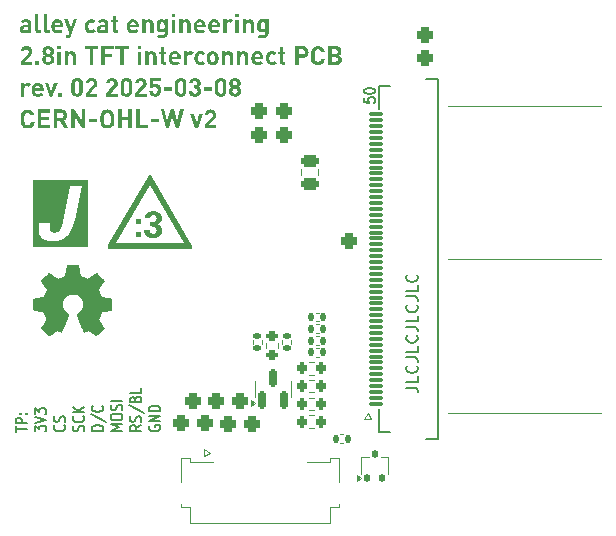
<source format=gto>
G04 #@! TF.GenerationSoftware,KiCad,Pcbnew,8.0.4*
G04 #@! TF.CreationDate,2025-03-17T12:40:48-07:00*
G04 #@! TF.ProjectId,displaypcb,64697370-6c61-4797-9063-622e6b696361,2*
G04 #@! TF.SameCoordinates,Original*
G04 #@! TF.FileFunction,Legend,Top*
G04 #@! TF.FilePolarity,Positive*
%FSLAX46Y46*%
G04 Gerber Fmt 4.6, Leading zero omitted, Abs format (unit mm)*
G04 Created by KiCad (PCBNEW 8.0.4) date 2025-03-17 12:40:48*
%MOMM*%
%LPD*%
G01*
G04 APERTURE LIST*
G04 Aperture macros list*
%AMRoundRect*
0 Rectangle with rounded corners*
0 $1 Rounding radius*
0 $2 $3 $4 $5 $6 $7 $8 $9 X,Y pos of 4 corners*
0 Add a 4 corners polygon primitive as box body*
4,1,4,$2,$3,$4,$5,$6,$7,$8,$9,$2,$3,0*
0 Add four circle primitives for the rounded corners*
1,1,$1+$1,$2,$3*
1,1,$1+$1,$4,$5*
1,1,$1+$1,$6,$7*
1,1,$1+$1,$8,$9*
0 Add four rect primitives between the rounded corners*
20,1,$1+$1,$2,$3,$4,$5,0*
20,1,$1+$1,$4,$5,$6,$7,0*
20,1,$1+$1,$6,$7,$8,$9,0*
20,1,$1+$1,$8,$9,$2,$3,0*%
%AMFreePoly0*
4,1,17,0.753536,1.103536,0.755000,1.100000,0.755000,0.305000,1.550000,0.305000,1.553536,0.303536,1.555000,0.300000,1.555000,-1.300000,1.553536,-1.303536,1.550000,-1.305000,-0.850000,-1.305000,-0.853536,-1.303536,-0.855000,-1.300000,-0.855000,1.100000,-0.853536,1.103536,-0.850000,1.105000,0.750000,1.105000,0.753536,1.103536,0.753536,1.103536,$1*%
%AMFreePoly1*
4,1,17,0.853536,1.103536,0.855000,1.100000,0.855000,-1.300000,0.853536,-1.303536,0.850000,-1.305000,-1.550000,-1.305000,-1.553536,-1.303536,-1.555000,-1.300000,-1.555000,0.300000,-1.553536,0.303536,-1.550000,0.305000,-0.755000,0.305000,-0.755000,1.100000,-0.753536,1.103536,-0.750000,1.105000,0.850000,1.105000,0.853536,1.103536,0.853536,1.103536,$1*%
G04 Aperture macros list end*
%ADD10C,0.000000*%
%ADD11C,0.400000*%
%ADD12C,0.300000*%
%ADD13C,0.150000*%
%ADD14C,0.127000*%
%ADD15C,0.120000*%
%ADD16C,0.010000*%
%ADD17C,0.100000*%
%ADD18FreePoly0,90.000000*%
%ADD19FreePoly1,90.000000*%
%ADD20RoundRect,0.075000X0.525000X-0.075000X0.525000X0.075000X-0.525000X0.075000X-0.525000X-0.075000X0*%
%ADD21RoundRect,0.135000X-0.135000X-0.185000X0.135000X-0.185000X0.135000X0.185000X-0.135000X0.185000X0*%
%ADD22RoundRect,0.325000X-0.325000X-0.325000X0.325000X-0.325000X0.325000X0.325000X-0.325000X0.325000X0*%
%ADD23RoundRect,0.135000X0.185000X-0.135000X0.185000X0.135000X-0.185000X0.135000X-0.185000X-0.135000X0*%
%ADD24RoundRect,0.200000X0.200000X0.275000X-0.200000X0.275000X-0.200000X-0.275000X0.200000X-0.275000X0*%
%ADD25RoundRect,0.250000X0.475000X-0.250000X0.475000X0.250000X-0.475000X0.250000X-0.475000X-0.250000X0*%
%ADD26R,2.000000X1.300000*%
%ADD27R,0.400000X1.000000*%
%ADD28RoundRect,0.150000X0.150000X-0.587500X0.150000X0.587500X-0.150000X0.587500X-0.150000X-0.587500X0*%
%ADD29RoundRect,0.200000X0.275000X-0.200000X0.275000X0.200000X-0.275000X0.200000X-0.275000X-0.200000X0*%
%ADD30RoundRect,0.112500X-0.112500X-0.237500X0.112500X-0.237500X0.112500X0.237500X-0.112500X0.237500X0*%
G04 APERTURE END LIST*
D10*
G36*
X89003621Y-95947148D02*
G01*
X89043700Y-95949132D01*
X89082752Y-95952443D01*
X89120779Y-95957087D01*
X89157780Y-95963069D01*
X89193755Y-95970392D01*
X89228704Y-95979061D01*
X89262628Y-95989082D01*
X89295526Y-96000457D01*
X89327398Y-96013193D01*
X89358244Y-96027294D01*
X89388065Y-96042763D01*
X89416860Y-96059607D01*
X89444629Y-96077829D01*
X89471372Y-96097433D01*
X89497089Y-96118426D01*
X89521489Y-96139857D01*
X89544281Y-96161948D01*
X89565470Y-96184698D01*
X89585061Y-96208107D01*
X89603059Y-96232176D01*
X89619467Y-96256905D01*
X89634291Y-96282292D01*
X89647535Y-96308340D01*
X89659204Y-96335046D01*
X89669302Y-96362412D01*
X89677834Y-96390438D01*
X89684805Y-96419122D01*
X89690218Y-96448467D01*
X89694079Y-96478470D01*
X89696392Y-96509133D01*
X89697163Y-96540456D01*
X89696760Y-96563061D01*
X89695551Y-96585163D01*
X89693536Y-96606769D01*
X89690715Y-96627891D01*
X89687088Y-96648536D01*
X89682655Y-96668714D01*
X89677417Y-96688434D01*
X89671372Y-96707705D01*
X89664521Y-96726537D01*
X89656865Y-96744938D01*
X89648402Y-96762918D01*
X89639133Y-96780486D01*
X89629059Y-96797651D01*
X89618179Y-96814422D01*
X89606492Y-96830808D01*
X89594000Y-96846819D01*
X89580666Y-96861839D01*
X89566457Y-96876420D01*
X89551378Y-96890561D01*
X89535433Y-96904262D01*
X89518628Y-96917524D01*
X89500966Y-96930346D01*
X89482453Y-96942728D01*
X89463092Y-96954671D01*
X89442889Y-96966174D01*
X89421848Y-96977238D01*
X89399973Y-96987862D01*
X89377270Y-96998046D01*
X89353742Y-97007791D01*
X89329394Y-97017096D01*
X89304232Y-97025962D01*
X89278259Y-97034388D01*
X89304269Y-97042851D01*
X89329541Y-97051832D01*
X89354072Y-97061335D01*
X89377856Y-97071365D01*
X89400889Y-97081925D01*
X89423167Y-97093022D01*
X89444684Y-97104658D01*
X89465437Y-97116840D01*
X89485420Y-97129571D01*
X89504630Y-97142857D01*
X89523061Y-97156701D01*
X89540709Y-97171108D01*
X89557569Y-97186083D01*
X89573637Y-97201631D01*
X89588908Y-97217755D01*
X89603378Y-97234462D01*
X89617006Y-97251680D01*
X89629755Y-97269338D01*
X89641625Y-97287435D01*
X89652615Y-97305972D01*
X89662726Y-97324949D01*
X89671958Y-97344365D01*
X89680311Y-97364221D01*
X89687784Y-97384517D01*
X89694379Y-97405252D01*
X89700094Y-97426427D01*
X89704929Y-97448041D01*
X89708886Y-97470095D01*
X89711963Y-97492589D01*
X89714161Y-97515522D01*
X89715480Y-97538895D01*
X89715920Y-97562707D01*
X89715040Y-97596924D01*
X89712397Y-97630408D01*
X89707986Y-97663160D01*
X89701803Y-97695178D01*
X89693844Y-97726464D01*
X89684103Y-97757017D01*
X89672576Y-97786838D01*
X89659258Y-97815926D01*
X89644146Y-97844281D01*
X89627234Y-97871903D01*
X89608517Y-97898793D01*
X89587992Y-97924950D01*
X89565653Y-97950375D01*
X89541497Y-97975066D01*
X89515517Y-97999025D01*
X89487711Y-98022251D01*
X89459100Y-98044380D01*
X89429541Y-98065047D01*
X89399039Y-98084258D01*
X89367598Y-98102017D01*
X89335223Y-98118330D01*
X89301918Y-98133199D01*
X89267689Y-98146631D01*
X89232539Y-98158630D01*
X89196473Y-98169200D01*
X89159495Y-98178345D01*
X89121611Y-98186071D01*
X89082825Y-98192383D01*
X89043142Y-98197283D01*
X89002565Y-98200778D01*
X88961100Y-98202871D01*
X88918751Y-98203568D01*
X88876549Y-98202945D01*
X88835524Y-98201077D01*
X88795680Y-98197963D01*
X88757022Y-98193604D01*
X88719555Y-98187999D01*
X88683283Y-98181148D01*
X88648210Y-98173052D01*
X88614342Y-98163710D01*
X88581683Y-98153122D01*
X88550238Y-98141289D01*
X88520011Y-98128211D01*
X88491006Y-98113887D01*
X88463229Y-98098317D01*
X88436683Y-98081502D01*
X88411374Y-98063441D01*
X88387306Y-98044134D01*
X88364592Y-98023619D01*
X88343344Y-98001931D01*
X88323562Y-97979071D01*
X88305244Y-97955039D01*
X88288392Y-97929835D01*
X88273006Y-97903458D01*
X88259085Y-97875909D01*
X88246629Y-97847187D01*
X88235639Y-97817293D01*
X88226114Y-97786227D01*
X88218054Y-97753989D01*
X88211460Y-97720578D01*
X88206331Y-97685995D01*
X88202667Y-97650240D01*
X88200469Y-97613312D01*
X88199737Y-97575212D01*
X88199737Y-97562707D01*
X88674911Y-97562707D01*
X88675754Y-97580036D01*
X88677109Y-97596851D01*
X88678978Y-97613153D01*
X88681359Y-97628943D01*
X88684253Y-97644219D01*
X88687660Y-97658983D01*
X88691580Y-97673234D01*
X88696013Y-97686972D01*
X88700959Y-97700197D01*
X88706417Y-97712909D01*
X88712389Y-97725109D01*
X88718873Y-97736795D01*
X88725870Y-97747969D01*
X88733380Y-97758629D01*
X88741403Y-97768777D01*
X88749939Y-97778412D01*
X88759537Y-97787497D01*
X88769575Y-97795996D01*
X88780053Y-97803909D01*
X88790970Y-97811236D01*
X88802327Y-97817977D01*
X88814123Y-97824132D01*
X88826359Y-97829700D01*
X88839034Y-97834683D01*
X88852150Y-97839079D01*
X88865704Y-97842889D01*
X88879699Y-97846113D01*
X88894133Y-97848750D01*
X88909006Y-97850802D01*
X88924320Y-97852267D01*
X88940073Y-97853147D01*
X88956265Y-97853440D01*
X88971358Y-97853111D01*
X88986153Y-97852127D01*
X89000646Y-97850493D01*
X89014832Y-97848213D01*
X89028706Y-97845292D01*
X89042265Y-97841735D01*
X89055503Y-97837546D01*
X89068416Y-97832729D01*
X89080999Y-97827289D01*
X89093248Y-97821232D01*
X89105158Y-97814560D01*
X89116725Y-97807280D01*
X89127943Y-97799395D01*
X89138809Y-97790910D01*
X89149318Y-97781830D01*
X89159465Y-97772160D01*
X89169101Y-97761426D01*
X89178081Y-97750325D01*
X89186412Y-97738859D01*
X89194097Y-97727026D01*
X89201141Y-97714826D01*
X89207548Y-97702261D01*
X89213323Y-97689329D01*
X89218471Y-97676030D01*
X89222996Y-97662366D01*
X89226903Y-97648335D01*
X89230196Y-97633937D01*
X89232881Y-97619173D01*
X89234960Y-97604043D01*
X89236440Y-97588547D01*
X89237325Y-97572684D01*
X89237619Y-97556455D01*
X89237180Y-97535720D01*
X89235866Y-97515718D01*
X89233683Y-97496448D01*
X89230634Y-97477911D01*
X89226724Y-97460106D01*
X89221957Y-97443035D01*
X89216339Y-97426696D01*
X89209874Y-97411089D01*
X89202566Y-97396216D01*
X89194420Y-97382075D01*
X89185441Y-97368666D01*
X89175633Y-97355991D01*
X89165001Y-97344048D01*
X89153548Y-97332838D01*
X89141281Y-97322360D01*
X89128203Y-97312616D01*
X89113476Y-97302980D01*
X89097424Y-97293999D01*
X89080045Y-97285669D01*
X89061333Y-97277984D01*
X89041284Y-97270940D01*
X89019893Y-97264533D01*
X88997156Y-97258757D01*
X88973068Y-97253609D01*
X88947625Y-97249084D01*
X88920821Y-97245177D01*
X88892653Y-97241884D01*
X88863116Y-97239200D01*
X88832204Y-97237120D01*
X88799915Y-97235640D01*
X88766242Y-97234755D01*
X88731182Y-97234462D01*
X88699921Y-97234462D01*
X88699921Y-96868702D01*
X88773190Y-96867383D01*
X88807627Y-96865735D01*
X88840598Y-96863427D01*
X88872103Y-96860459D01*
X88902144Y-96856832D01*
X88930719Y-96852546D01*
X88957828Y-96847600D01*
X88983472Y-96841995D01*
X89007651Y-96835731D01*
X89030365Y-96828807D01*
X89051613Y-96821224D01*
X89071395Y-96812981D01*
X89089713Y-96804079D01*
X89106565Y-96794517D01*
X89121951Y-96784296D01*
X89136165Y-96774002D01*
X89149494Y-96763054D01*
X89155826Y-96757336D01*
X89161936Y-96751455D01*
X89167822Y-96745414D01*
X89173484Y-96739211D01*
X89178922Y-96732848D01*
X89184135Y-96726326D01*
X89189122Y-96719644D01*
X89193883Y-96712804D01*
X89198418Y-96705806D01*
X89202725Y-96698650D01*
X89206805Y-96691337D01*
X89210656Y-96683869D01*
X89214278Y-96676244D01*
X89217671Y-96668465D01*
X89220833Y-96660530D01*
X89223765Y-96652442D01*
X89228934Y-96635806D01*
X89233174Y-96618561D01*
X89236479Y-96600712D01*
X89238846Y-96582263D01*
X89240270Y-96563218D01*
X89240745Y-96543583D01*
X89240452Y-96529146D01*
X89239573Y-96515136D01*
X89238107Y-96501538D01*
X89236056Y-96488338D01*
X89233418Y-96475522D01*
X89230194Y-96463078D01*
X89226384Y-96450991D01*
X89221988Y-96439247D01*
X89217006Y-96427833D01*
X89211437Y-96416735D01*
X89205283Y-96405940D01*
X89198542Y-96395432D01*
X89191215Y-96385200D01*
X89183302Y-96375229D01*
X89174803Y-96365504D01*
X89165717Y-96356014D01*
X89156156Y-96347479D01*
X89146234Y-96339461D01*
X89135954Y-96331965D01*
X89125321Y-96324996D01*
X89114341Y-96318558D01*
X89103017Y-96312656D01*
X89091354Y-96307295D01*
X89079357Y-96302478D01*
X89067031Y-96298211D01*
X89054379Y-96294498D01*
X89041406Y-96291344D01*
X89028118Y-96288752D01*
X89014518Y-96286729D01*
X89000611Y-96285278D01*
X88986402Y-96284404D01*
X88971896Y-96284112D01*
X88957424Y-96284404D01*
X88943315Y-96285278D01*
X88929562Y-96286729D01*
X88916163Y-96288752D01*
X88903111Y-96291344D01*
X88890402Y-96294498D01*
X88878033Y-96298211D01*
X88865998Y-96302478D01*
X88854292Y-96307295D01*
X88842912Y-96312656D01*
X88831852Y-96318558D01*
X88821108Y-96324996D01*
X88810675Y-96331965D01*
X88800550Y-96339461D01*
X88790726Y-96347479D01*
X88781201Y-96356014D01*
X88772665Y-96365576D01*
X88764642Y-96375509D01*
X88757132Y-96385818D01*
X88750135Y-96396507D01*
X88743650Y-96407580D01*
X88737679Y-96419043D01*
X88732220Y-96430900D01*
X88727275Y-96443155D01*
X88722842Y-96455813D01*
X88718922Y-96468878D01*
X88715515Y-96482356D01*
X88712621Y-96496251D01*
X88710239Y-96510566D01*
X88708371Y-96525308D01*
X88707016Y-96540480D01*
X88706173Y-96556087D01*
X88227872Y-96556087D01*
X88229777Y-96520843D01*
X88233147Y-96486616D01*
X88237983Y-96453396D01*
X88244284Y-96421174D01*
X88252051Y-96389942D01*
X88261283Y-96359689D01*
X88271980Y-96330407D01*
X88284143Y-96302087D01*
X88297771Y-96274720D01*
X88312864Y-96248296D01*
X88329423Y-96222806D01*
X88347447Y-96198241D01*
X88366937Y-96174591D01*
X88387892Y-96151849D01*
X88410312Y-96130004D01*
X88434198Y-96109048D01*
X88458815Y-96089191D01*
X88484595Y-96070648D01*
X88511529Y-96053416D01*
X88539608Y-96037488D01*
X88568822Y-96022861D01*
X88599163Y-96009530D01*
X88630622Y-95997490D01*
X88663188Y-95986737D01*
X88696854Y-95977266D01*
X88731610Y-95969073D01*
X88767446Y-95962153D01*
X88804354Y-95956501D01*
X88842324Y-95952113D01*
X88881347Y-95948985D01*
X88921415Y-95947111D01*
X88962517Y-95946488D01*
X89003621Y-95947148D01*
G37*
G36*
X87893895Y-98156676D02*
G01*
X87500000Y-98156676D01*
X87500000Y-97737772D01*
X87893895Y-97737772D01*
X87893895Y-98156676D01*
G37*
G36*
X87893895Y-97000000D02*
G01*
X87500000Y-97000000D01*
X87500000Y-96577970D01*
X87893895Y-96577970D01*
X87893895Y-97000000D01*
G37*
G36*
X88687356Y-92909908D02*
G01*
X88693686Y-92910220D01*
X88699980Y-92910737D01*
X88706233Y-92911458D01*
X88712440Y-92912380D01*
X88718598Y-92913501D01*
X88724701Y-92914818D01*
X88730746Y-92916330D01*
X88736728Y-92918034D01*
X88742642Y-92919928D01*
X88748485Y-92922011D01*
X88754252Y-92924279D01*
X88759938Y-92926730D01*
X88765540Y-92929363D01*
X88771052Y-92932175D01*
X88776471Y-92935164D01*
X88781792Y-92938328D01*
X88787011Y-92941665D01*
X88792123Y-92945172D01*
X88797124Y-92948847D01*
X88802009Y-92952689D01*
X88806775Y-92956694D01*
X88811417Y-92960861D01*
X88815930Y-92965188D01*
X88820311Y-92969672D01*
X88824554Y-92974311D01*
X88828655Y-92979103D01*
X88832611Y-92984046D01*
X88836416Y-92989137D01*
X88840067Y-92994375D01*
X88843558Y-92999757D01*
X88846886Y-93005281D01*
X92233976Y-98872420D01*
X92240060Y-98883546D01*
X92245333Y-98894968D01*
X92249794Y-98906644D01*
X92253445Y-98918536D01*
X92256284Y-98930603D01*
X92258312Y-98942805D01*
X92259529Y-98955100D01*
X92259934Y-98967450D01*
X92259529Y-98979814D01*
X92258312Y-98992152D01*
X92256284Y-99004423D01*
X92253445Y-99016588D01*
X92249794Y-99028606D01*
X92245333Y-99040437D01*
X92240060Y-99052040D01*
X92233976Y-99063376D01*
X92227157Y-99074085D01*
X92219701Y-99084269D01*
X92211644Y-99093903D01*
X92203021Y-99102966D01*
X92193866Y-99111434D01*
X92184214Y-99119286D01*
X92174101Y-99126497D01*
X92163562Y-99133046D01*
X92152630Y-99138909D01*
X92141343Y-99144064D01*
X92129733Y-99148489D01*
X92117837Y-99152160D01*
X92105689Y-99155055D01*
X92093324Y-99157151D01*
X92080777Y-99158425D01*
X92068083Y-99158855D01*
X85293902Y-99158855D01*
X85287539Y-99158750D01*
X85281208Y-99158438D01*
X85274914Y-99157920D01*
X85268661Y-99157200D01*
X85262454Y-99156278D01*
X85256297Y-99155157D01*
X85250193Y-99153840D01*
X85244148Y-99152328D01*
X85238167Y-99150624D01*
X85232252Y-99148729D01*
X85226409Y-99146647D01*
X85220643Y-99144379D01*
X85214956Y-99141927D01*
X85209355Y-99139294D01*
X85203842Y-99136482D01*
X85198423Y-99133493D01*
X85193102Y-99130329D01*
X85187884Y-99126992D01*
X85182772Y-99123485D01*
X85177771Y-99119810D01*
X85172885Y-99115968D01*
X85168119Y-99111963D01*
X85163477Y-99107796D01*
X85158964Y-99103469D01*
X85154584Y-99098985D01*
X85150340Y-99094346D01*
X85146239Y-99089554D01*
X85142283Y-99084611D01*
X85138478Y-99079520D01*
X85134828Y-99074282D01*
X85131336Y-99068900D01*
X85128008Y-99063376D01*
X85121924Y-99052250D01*
X85116651Y-99040828D01*
X85112190Y-99029151D01*
X85108540Y-99017259D01*
X85105700Y-99005193D01*
X85103672Y-98992991D01*
X85102456Y-98980695D01*
X85102050Y-98968346D01*
X85102456Y-98955982D01*
X85103672Y-98943644D01*
X85105700Y-98931373D01*
X85108540Y-98919208D01*
X85112190Y-98907190D01*
X85116651Y-98895359D01*
X85121924Y-98883756D01*
X85128008Y-98872420D01*
X85245488Y-98668920D01*
X85811203Y-98668920D01*
X91550770Y-98668920D01*
X88680993Y-93697856D01*
X85811203Y-98668920D01*
X85245488Y-98668920D01*
X88515099Y-93005281D01*
X88521919Y-92994572D01*
X88529374Y-92984388D01*
X88537431Y-92974754D01*
X88546055Y-92965691D01*
X88555210Y-92957223D01*
X88564862Y-92949372D01*
X88574975Y-92942161D01*
X88585514Y-92935612D01*
X88596446Y-92929749D01*
X88607734Y-92924593D01*
X88619343Y-92920169D01*
X88631240Y-92916498D01*
X88643388Y-92913603D01*
X88655753Y-92911507D01*
X88668299Y-92910233D01*
X88680993Y-92909803D01*
X88687356Y-92909908D01*
G37*
D11*
G36*
X83417331Y-98965925D02*
G01*
X78756503Y-98965925D01*
X78756503Y-97400788D01*
X79256503Y-97400788D01*
X79269460Y-97626574D01*
X79320618Y-97856685D01*
X79426612Y-98075747D01*
X79479597Y-98145477D01*
X79655366Y-98297890D01*
X79881281Y-98401531D01*
X80120092Y-98452208D01*
X80355346Y-98465925D01*
X80391203Y-98465741D01*
X80630668Y-98454110D01*
X80849937Y-98424387D01*
X81075801Y-98368265D01*
X81298367Y-98276881D01*
X81432023Y-98198623D01*
X81619031Y-98055152D01*
X81789868Y-97880384D01*
X81928147Y-97698759D01*
X82007306Y-97571746D01*
X82107128Y-97374543D01*
X82194117Y-97154726D01*
X82268274Y-96912293D01*
X82321623Y-96686494D01*
X82917331Y-93823357D01*
X81945733Y-93823357D01*
X81312655Y-96865646D01*
X81298565Y-96931412D01*
X81237909Y-97166137D01*
X81161459Y-97376010D01*
X81035684Y-97577858D01*
X81025214Y-97588542D01*
X80831121Y-97713358D01*
X80603741Y-97751515D01*
X80404968Y-97713858D01*
X80252031Y-97554777D01*
X80212567Y-97372551D01*
X80217124Y-97146041D01*
X80249833Y-96918403D01*
X79306811Y-96918403D01*
X79272062Y-97148649D01*
X79256503Y-97400788D01*
X78756503Y-97400788D01*
X78756503Y-93323357D01*
X83417331Y-93323357D01*
X83417331Y-98965925D01*
G37*
D12*
G36*
X78179078Y-79684224D02*
G01*
X78264626Y-79690313D01*
X78365377Y-79709763D01*
X78450842Y-79742118D01*
X78520942Y-79787328D01*
X78575599Y-79845343D01*
X78614737Y-79916111D01*
X78638277Y-79999584D01*
X78646140Y-80095709D01*
X78646140Y-80864000D01*
X78361646Y-80853057D01*
X78361646Y-80762004D01*
X78310089Y-80807675D01*
X78239183Y-80848417D01*
X78155016Y-80870333D01*
X78074808Y-80875332D01*
X78004002Y-80871538D01*
X77920387Y-80854954D01*
X77840896Y-80821184D01*
X77776636Y-80772164D01*
X77754553Y-80746504D01*
X77711568Y-80671926D01*
X77688373Y-80594553D01*
X77680502Y-80510336D01*
X77681369Y-80500566D01*
X77960307Y-80500566D01*
X77960472Y-80508137D01*
X77988719Y-80584050D01*
X78058730Y-80625148D01*
X78137334Y-80634607D01*
X78163381Y-80634115D01*
X78242584Y-80619676D01*
X78310062Y-80571690D01*
X78347347Y-80506058D01*
X78354612Y-80425926D01*
X78354612Y-80363790D01*
X78133035Y-80363790D01*
X78048971Y-80375031D01*
X77980414Y-80423794D01*
X77960307Y-80500566D01*
X77681369Y-80500566D01*
X77686531Y-80442387D01*
X77711270Y-80364004D01*
X77755549Y-80295437D01*
X77819824Y-80239407D01*
X77904552Y-80198633D01*
X77987366Y-80178825D01*
X78083796Y-80171913D01*
X78354612Y-80171913D01*
X78354612Y-80113685D01*
X78347822Y-80049283D01*
X78304005Y-79973930D01*
X78225961Y-79938205D01*
X78137334Y-79930015D01*
X78127621Y-79930101D01*
X78044096Y-79940929D01*
X77972053Y-79975765D01*
X77913412Y-80030838D01*
X77729741Y-79849512D01*
X77761795Y-79816441D01*
X77826993Y-79762886D01*
X77896592Y-79724636D01*
X77974134Y-79699912D01*
X78063157Y-79686938D01*
X78148667Y-79683818D01*
X78179078Y-79684224D01*
G37*
G36*
X79454291Y-80864000D02*
G01*
X79454291Y-80617803D01*
X79342135Y-80617803D01*
X79266244Y-80594305D01*
X79239443Y-80518357D01*
X79239357Y-80511899D01*
X79239357Y-79263330D01*
X78947829Y-79263330D01*
X78947829Y-80529875D01*
X78958715Y-80622529D01*
X78992384Y-80708753D01*
X79050349Y-80781870D01*
X79118306Y-80827972D01*
X79205064Y-80856471D01*
X79288597Y-80864000D01*
X79454291Y-80864000D01*
G37*
G36*
X80181158Y-80864000D02*
G01*
X80181158Y-80617803D01*
X80069002Y-80617803D01*
X79993111Y-80594305D01*
X79966309Y-80518357D01*
X79966224Y-80511899D01*
X79966224Y-79263330D01*
X79674696Y-79263330D01*
X79674696Y-80529875D01*
X79685582Y-80622529D01*
X79719250Y-80708753D01*
X79777216Y-80781870D01*
X79845173Y-80827972D01*
X79931931Y-80856471D01*
X80015464Y-80864000D01*
X80181158Y-80864000D01*
G37*
G36*
X80871230Y-79689187D02*
G01*
X80956283Y-79699155D01*
X81033616Y-79720453D01*
X81124353Y-79765211D01*
X81200492Y-79827080D01*
X81261533Y-79904330D01*
X81306977Y-79995229D01*
X81330525Y-80071320D01*
X81344808Y-80153384D01*
X81349616Y-80240692D01*
X81349616Y-80363790D01*
X80619623Y-80363790D01*
X80626126Y-80430143D01*
X80656676Y-80509592D01*
X80711488Y-80569869D01*
X80789729Y-80607120D01*
X80874808Y-80617803D01*
X80919819Y-80616071D01*
X81003399Y-80599710D01*
X81077793Y-80561862D01*
X81139371Y-80510727D01*
X81316008Y-80680329D01*
X81271592Y-80723003D01*
X81203091Y-80776609D01*
X81128820Y-80817593D01*
X81044822Y-80845801D01*
X80964539Y-80859435D01*
X80872463Y-80864000D01*
X80821000Y-80862477D01*
X80720353Y-80849347D01*
X80625212Y-80820665D01*
X80538542Y-80773904D01*
X80463304Y-80706534D01*
X80416161Y-80640962D01*
X80378366Y-80561309D01*
X80351168Y-80466510D01*
X80335818Y-80355497D01*
X80332784Y-80271955D01*
X80335171Y-80204738D01*
X80340434Y-80164488D01*
X80619623Y-80164488D01*
X81063168Y-80164488D01*
X81059889Y-80123396D01*
X81036203Y-80045688D01*
X80991943Y-79984962D01*
X80923768Y-79944142D01*
X80841200Y-79930796D01*
X80766075Y-79941684D01*
X80695841Y-79980313D01*
X80646196Y-80045688D01*
X80630538Y-80084663D01*
X80619623Y-80164488D01*
X80340434Y-80164488D01*
X80347450Y-80110827D01*
X80369689Y-80025489D01*
X80401345Y-79949034D01*
X80441879Y-79881769D01*
X80508797Y-79806915D01*
X80589252Y-79749683D01*
X80681962Y-79710805D01*
X80758765Y-79694134D01*
X80841200Y-79688508D01*
X80871230Y-79689187D01*
G37*
G36*
X82530188Y-79688508D02*
G01*
X82223419Y-79688508D01*
X81990509Y-80413030D01*
X81748611Y-79688508D01*
X81441451Y-79688508D01*
X81840446Y-80777635D01*
X81791207Y-80921445D01*
X81754051Y-80992564D01*
X81680842Y-81025689D01*
X81645443Y-81027349D01*
X81578227Y-81027349D01*
X81578227Y-81289177D01*
X81692337Y-81289177D01*
X81771386Y-81283387D01*
X81852312Y-81260875D01*
X81923893Y-81217425D01*
X81943224Y-81199687D01*
X81991242Y-81135500D01*
X82026115Y-81061605D01*
X82030760Y-81049624D01*
X82530188Y-79688508D01*
G37*
G36*
X84071067Y-80704949D02*
G01*
X83873719Y-80512681D01*
X83813091Y-80565251D01*
X83738586Y-80597091D01*
X83685750Y-80602171D01*
X83608424Y-80590070D01*
X83540478Y-80549486D01*
X83519665Y-80527921D01*
X83479561Y-80455704D01*
X83460866Y-80376071D01*
X83455033Y-80297417D01*
X83454794Y-80275472D01*
X83458665Y-80193357D01*
X83474778Y-80110670D01*
X83511594Y-80035423D01*
X83519665Y-80024976D01*
X83582439Y-79973841D01*
X83660389Y-79951849D01*
X83685750Y-79950727D01*
X83768378Y-79964424D01*
X83840376Y-80008450D01*
X83873719Y-80040217D01*
X84071067Y-79845605D01*
X84010995Y-79791200D01*
X83934963Y-79742715D01*
X83851218Y-79709878D01*
X83772255Y-79693796D01*
X83685750Y-79688508D01*
X83596333Y-79694719D01*
X83505749Y-79715045D01*
X83418031Y-79752021D01*
X83337215Y-79808187D01*
X83267335Y-79886077D01*
X83224529Y-79960279D01*
X83191845Y-80049198D01*
X83170987Y-80153906D01*
X83164492Y-80233011D01*
X83163656Y-80275472D01*
X83166956Y-80358395D01*
X83183495Y-80468623D01*
X83212425Y-80562793D01*
X83252046Y-80641956D01*
X83300656Y-80707160D01*
X83376508Y-80774198D01*
X83461280Y-80820773D01*
X83550935Y-80849370D01*
X83641440Y-80862478D01*
X83685750Y-80864000D01*
X83772255Y-80858564D01*
X83851218Y-80842114D01*
X83934963Y-80808711D01*
X84010995Y-80759678D01*
X84071067Y-80704949D01*
G37*
G36*
X84700558Y-79684224D02*
G01*
X84786106Y-79690313D01*
X84886857Y-79709763D01*
X84972321Y-79742118D01*
X85042421Y-79787328D01*
X85097079Y-79845343D01*
X85136216Y-79916111D01*
X85159756Y-79999584D01*
X85167620Y-80095709D01*
X85167620Y-80864000D01*
X84883126Y-80853057D01*
X84883126Y-80762004D01*
X84831568Y-80807675D01*
X84760662Y-80848417D01*
X84676495Y-80870333D01*
X84596287Y-80875332D01*
X84525481Y-80871538D01*
X84441866Y-80854954D01*
X84362375Y-80821184D01*
X84298115Y-80772164D01*
X84276033Y-80746504D01*
X84233048Y-80671926D01*
X84209852Y-80594553D01*
X84201981Y-80510336D01*
X84202848Y-80500566D01*
X84481786Y-80500566D01*
X84481951Y-80508137D01*
X84510198Y-80584050D01*
X84580210Y-80625148D01*
X84658813Y-80634607D01*
X84684860Y-80634115D01*
X84764063Y-80619676D01*
X84831542Y-80571690D01*
X84868827Y-80506058D01*
X84876092Y-80425926D01*
X84876092Y-80363790D01*
X84654515Y-80363790D01*
X84570450Y-80375031D01*
X84501893Y-80423794D01*
X84481786Y-80500566D01*
X84202848Y-80500566D01*
X84208010Y-80442387D01*
X84232749Y-80364004D01*
X84277029Y-80295437D01*
X84341304Y-80239407D01*
X84426031Y-80198633D01*
X84508846Y-80178825D01*
X84605275Y-80171913D01*
X84876092Y-80171913D01*
X84876092Y-80113685D01*
X84869301Y-80049283D01*
X84825484Y-79973930D01*
X84747441Y-79938205D01*
X84658813Y-79930015D01*
X84649101Y-79930101D01*
X84565575Y-79940929D01*
X84493533Y-79975765D01*
X84434891Y-80030838D01*
X84251221Y-79849512D01*
X84283275Y-79816441D01*
X84348472Y-79762886D01*
X84418072Y-79724636D01*
X84495614Y-79699912D01*
X84584636Y-79686938D01*
X84670146Y-79683818D01*
X84700558Y-79684224D01*
G37*
G36*
X86004689Y-80864000D02*
G01*
X86004689Y-80617803D01*
X85899567Y-80617803D01*
X85823070Y-80590741D01*
X85798743Y-80513853D01*
X85798743Y-79960496D01*
X86004689Y-79960496D01*
X86004689Y-79738528D01*
X85798743Y-79738528D01*
X85798743Y-79388382D01*
X85507606Y-79388382D01*
X85507606Y-79738528D01*
X85384117Y-79738528D01*
X85384117Y-79960496D01*
X85507606Y-79960496D01*
X85507606Y-80531438D01*
X85518474Y-80623367D01*
X85552016Y-80709134D01*
X85609639Y-80782001D01*
X85677067Y-80828006D01*
X85763008Y-80856474D01*
X85845638Y-80864000D01*
X86004689Y-80864000D01*
G37*
G36*
X87267657Y-79689187D02*
G01*
X87352710Y-79699155D01*
X87430043Y-79720453D01*
X87520780Y-79765211D01*
X87596919Y-79827080D01*
X87657960Y-79904330D01*
X87703405Y-79995229D01*
X87726952Y-80071320D01*
X87741235Y-80153384D01*
X87746043Y-80240692D01*
X87746043Y-80363790D01*
X87016050Y-80363790D01*
X87022554Y-80430143D01*
X87053103Y-80509592D01*
X87107915Y-80569869D01*
X87186156Y-80607120D01*
X87271235Y-80617803D01*
X87316246Y-80616071D01*
X87399826Y-80599710D01*
X87474220Y-80561862D01*
X87535799Y-80510727D01*
X87712435Y-80680329D01*
X87668019Y-80723003D01*
X87599518Y-80776609D01*
X87525247Y-80817593D01*
X87441249Y-80845801D01*
X87360966Y-80859435D01*
X87268890Y-80864000D01*
X87217427Y-80862477D01*
X87116780Y-80849347D01*
X87021639Y-80820665D01*
X86934969Y-80773904D01*
X86859731Y-80706534D01*
X86812588Y-80640962D01*
X86774793Y-80561309D01*
X86747595Y-80466510D01*
X86732245Y-80355497D01*
X86729211Y-80271955D01*
X86731598Y-80204738D01*
X86736861Y-80164488D01*
X87016050Y-80164488D01*
X87459595Y-80164488D01*
X87456316Y-80123396D01*
X87432630Y-80045688D01*
X87388370Y-79984962D01*
X87320195Y-79944142D01*
X87237627Y-79930796D01*
X87162502Y-79941684D01*
X87092268Y-79980313D01*
X87042623Y-80045688D01*
X87026965Y-80084663D01*
X87016050Y-80164488D01*
X86736861Y-80164488D01*
X86743877Y-80110827D01*
X86766116Y-80025489D01*
X86797772Y-79949034D01*
X86838306Y-79881769D01*
X86905224Y-79806915D01*
X86985679Y-79749683D01*
X87078389Y-79710805D01*
X87155192Y-79694134D01*
X87237627Y-79688508D01*
X87267657Y-79689187D01*
G37*
G36*
X88984452Y-80864000D02*
G01*
X88984452Y-80118375D01*
X88980447Y-80037070D01*
X88963594Y-79950281D01*
X88929609Y-79869821D01*
X88882507Y-79804438D01*
X88865652Y-79786595D01*
X88796464Y-79734013D01*
X88720575Y-79701853D01*
X88643076Y-79686553D01*
X88590146Y-79683818D01*
X88510034Y-79691365D01*
X88432854Y-79714006D01*
X88361535Y-79751742D01*
X88299009Y-79804572D01*
X88299009Y-79702185D01*
X88014515Y-79702185D01*
X88014515Y-80864000D01*
X88305652Y-80864000D01*
X88305652Y-80162534D01*
X88315778Y-80079071D01*
X88355305Y-80001345D01*
X88423027Y-79953241D01*
X88500655Y-79939003D01*
X88577831Y-79953041D01*
X88644615Y-79999745D01*
X88683404Y-80074250D01*
X88693314Y-80153546D01*
X88693314Y-80864000D01*
X88984452Y-80864000D01*
G37*
G36*
X89712441Y-79678969D02*
G01*
X89796977Y-79700554D01*
X89870675Y-79744958D01*
X89931723Y-79806916D01*
X89931723Y-79697105D01*
X90214263Y-79697105D01*
X90214263Y-80807726D01*
X90211944Y-80858921D01*
X90193769Y-80955333D01*
X90158383Y-81042511D01*
X90106795Y-81118937D01*
X90040012Y-81183098D01*
X89959042Y-81233476D01*
X89864892Y-81268557D01*
X89786236Y-81283916D01*
X89701158Y-81289177D01*
X89668172Y-81288750D01*
X89576331Y-81281801D01*
X89493497Y-81264961D01*
X89417519Y-81236436D01*
X89346251Y-81194434D01*
X89277543Y-81137161D01*
X89459260Y-80954272D01*
X89527523Y-81006107D01*
X89603977Y-81034921D01*
X89687480Y-81042981D01*
X89733735Y-81039870D01*
X89809151Y-81016855D01*
X89870760Y-80967314D01*
X89910596Y-80890482D01*
X89922735Y-80803427D01*
X89922735Y-80684628D01*
X89878608Y-80727010D01*
X89806670Y-80771214D01*
X89725887Y-80794867D01*
X89644884Y-80801083D01*
X89582464Y-80797157D01*
X89505596Y-80780232D01*
X89429735Y-80746398D01*
X89367424Y-80698305D01*
X89330792Y-80655232D01*
X89291212Y-80583285D01*
X89266845Y-80502080D01*
X89254061Y-80411107D01*
X89249633Y-80327467D01*
X89248625Y-80236393D01*
X89539762Y-80236393D01*
X89542557Y-80321337D01*
X89554538Y-80399588D01*
X89587322Y-80474813D01*
X89648518Y-80524111D01*
X89730076Y-80538863D01*
X89811996Y-80524111D01*
X89873845Y-80474813D01*
X89907320Y-80399588D01*
X89919757Y-80321337D01*
X89922735Y-80236393D01*
X89919757Y-80151630D01*
X89907320Y-80073817D01*
X89873845Y-79999221D01*
X89811996Y-79950449D01*
X89730076Y-79935877D01*
X89648518Y-79950449D01*
X89587322Y-79999221D01*
X89554538Y-80073817D01*
X89542557Y-80151630D01*
X89539762Y-80236393D01*
X89248625Y-80236393D01*
X89248937Y-80180809D01*
X89251745Y-80094476D01*
X89261476Y-80000776D01*
X89281578Y-79917206D01*
X89315684Y-79843053D01*
X89367424Y-79777607D01*
X89414920Y-79739226D01*
X89488862Y-79702234D01*
X89564492Y-79682151D01*
X89647229Y-79675221D01*
X89712441Y-79678969D01*
G37*
G36*
X90831709Y-80864000D02*
G01*
X90831709Y-79733448D01*
X90540572Y-79733448D01*
X90540572Y-80864000D01*
X90831709Y-80864000D01*
G37*
G36*
X90834054Y-79500929D02*
G01*
X90834054Y-79263330D01*
X90536273Y-79263330D01*
X90536273Y-79500929D01*
X90834054Y-79500929D01*
G37*
G36*
X92126392Y-80864000D02*
G01*
X92126392Y-80118375D01*
X92122387Y-80037070D01*
X92105534Y-79950281D01*
X92071549Y-79869821D01*
X92024447Y-79804438D01*
X92007592Y-79786595D01*
X91938403Y-79734013D01*
X91862515Y-79701853D01*
X91785016Y-79686553D01*
X91732086Y-79683818D01*
X91651974Y-79691365D01*
X91574794Y-79714006D01*
X91503475Y-79751742D01*
X91440949Y-79804572D01*
X91440949Y-79702185D01*
X91156454Y-79702185D01*
X91156454Y-80864000D01*
X91447592Y-80864000D01*
X91447592Y-80162534D01*
X91457718Y-80079071D01*
X91497245Y-80001345D01*
X91564967Y-79953241D01*
X91642595Y-79939003D01*
X91719771Y-79953041D01*
X91786555Y-79999745D01*
X91825344Y-80074250D01*
X91835254Y-80153546D01*
X91835254Y-80864000D01*
X92126392Y-80864000D01*
G37*
G36*
X92920023Y-79689187D02*
G01*
X93005076Y-79699155D01*
X93082409Y-79720453D01*
X93173146Y-79765211D01*
X93249285Y-79827080D01*
X93310326Y-79904330D01*
X93355770Y-79995229D01*
X93379318Y-80071320D01*
X93393601Y-80153384D01*
X93398408Y-80240692D01*
X93398408Y-80363790D01*
X92668415Y-80363790D01*
X92674919Y-80430143D01*
X92705469Y-80509592D01*
X92760281Y-80569869D01*
X92838522Y-80607120D01*
X92923600Y-80617803D01*
X92968612Y-80616071D01*
X93052191Y-80599710D01*
X93126585Y-80561862D01*
X93188164Y-80510727D01*
X93364801Y-80680329D01*
X93320385Y-80723003D01*
X93251884Y-80776609D01*
X93177613Y-80817593D01*
X93093615Y-80845801D01*
X93013331Y-80859435D01*
X92921256Y-80864000D01*
X92869793Y-80862477D01*
X92769145Y-80849347D01*
X92674005Y-80820665D01*
X92587335Y-80773904D01*
X92512097Y-80706534D01*
X92464954Y-80640962D01*
X92427158Y-80561309D01*
X92399961Y-80466510D01*
X92384611Y-80355497D01*
X92381577Y-80271955D01*
X92383963Y-80204738D01*
X92389226Y-80164488D01*
X92668415Y-80164488D01*
X93111960Y-80164488D01*
X93108682Y-80123396D01*
X93084996Y-80045688D01*
X93040735Y-79984962D01*
X92972561Y-79944142D01*
X92889993Y-79930796D01*
X92814868Y-79941684D01*
X92744634Y-79980313D01*
X92694989Y-80045688D01*
X92679331Y-80084663D01*
X92668415Y-80164488D01*
X92389226Y-80164488D01*
X92396243Y-80110827D01*
X92418482Y-80025489D01*
X92450138Y-79949034D01*
X92490671Y-79881769D01*
X92557589Y-79806915D01*
X92638045Y-79749683D01*
X92730755Y-79710805D01*
X92807558Y-79694134D01*
X92889993Y-79688508D01*
X92920023Y-79689187D01*
G37*
G36*
X94147099Y-79689187D02*
G01*
X94232152Y-79699155D01*
X94309485Y-79720453D01*
X94400222Y-79765211D01*
X94476361Y-79827080D01*
X94537402Y-79904330D01*
X94582846Y-79995229D01*
X94606394Y-80071320D01*
X94620677Y-80153384D01*
X94625484Y-80240692D01*
X94625484Y-80363790D01*
X93895491Y-80363790D01*
X93901995Y-80430143D01*
X93932545Y-80509592D01*
X93987357Y-80569869D01*
X94065598Y-80607120D01*
X94150676Y-80617803D01*
X94195688Y-80616071D01*
X94279267Y-80599710D01*
X94353661Y-80561862D01*
X94415240Y-80510727D01*
X94591877Y-80680329D01*
X94547461Y-80723003D01*
X94478960Y-80776609D01*
X94404689Y-80817593D01*
X94320691Y-80845801D01*
X94240407Y-80859435D01*
X94148332Y-80864000D01*
X94096869Y-80862477D01*
X93996222Y-80849347D01*
X93901081Y-80820665D01*
X93814411Y-80773904D01*
X93739173Y-80706534D01*
X93692030Y-80640962D01*
X93654234Y-80561309D01*
X93627037Y-80466510D01*
X93611687Y-80355497D01*
X93608653Y-80271955D01*
X93611039Y-80204738D01*
X93616302Y-80164488D01*
X93895491Y-80164488D01*
X94339036Y-80164488D01*
X94335758Y-80123396D01*
X94312072Y-80045688D01*
X94267812Y-79984962D01*
X94199637Y-79944142D01*
X94117069Y-79930796D01*
X94041944Y-79941684D01*
X93971710Y-79980313D01*
X93922065Y-80045688D01*
X93906407Y-80084663D01*
X93895491Y-80164488D01*
X93616302Y-80164488D01*
X93623319Y-80110827D01*
X93645558Y-80025489D01*
X93677214Y-79949034D01*
X93717748Y-79881769D01*
X93784666Y-79806915D01*
X93865121Y-79749683D01*
X93957831Y-79710805D01*
X94034634Y-79694134D01*
X94117069Y-79688508D01*
X94147099Y-79689187D01*
G37*
G36*
X95747438Y-79793239D02*
G01*
X95686475Y-79742180D01*
X95613885Y-79705215D01*
X95532833Y-79687017D01*
X95471933Y-79683818D01*
X95391968Y-79691661D01*
X95308714Y-79717129D01*
X95237999Y-79755776D01*
X95178450Y-79809261D01*
X95178450Y-79702185D01*
X94893956Y-79702185D01*
X94893956Y-80864000D01*
X95185094Y-80864000D01*
X95185094Y-80164488D01*
X95194774Y-80085198D01*
X95232675Y-80007373D01*
X95297958Y-79955617D01*
X95373454Y-79939003D01*
X95451548Y-79952939D01*
X95519526Y-80000763D01*
X95527815Y-80008954D01*
X95747438Y-79793239D01*
G37*
G36*
X96204270Y-80864000D02*
G01*
X96204270Y-79733448D01*
X95913133Y-79733448D01*
X95913133Y-80864000D01*
X96204270Y-80864000D01*
G37*
G36*
X96206615Y-79500929D02*
G01*
X96206615Y-79263330D01*
X95908834Y-79263330D01*
X95908834Y-79500929D01*
X96206615Y-79500929D01*
G37*
G36*
X97498953Y-80864000D02*
G01*
X97498953Y-80118375D01*
X97494948Y-80037070D01*
X97478095Y-79950281D01*
X97444110Y-79869821D01*
X97397008Y-79804438D01*
X97380153Y-79786595D01*
X97310965Y-79734013D01*
X97235076Y-79701853D01*
X97157577Y-79686553D01*
X97104647Y-79683818D01*
X97024535Y-79691365D01*
X96947355Y-79714006D01*
X96876036Y-79751742D01*
X96813510Y-79804572D01*
X96813510Y-79702185D01*
X96529016Y-79702185D01*
X96529016Y-80864000D01*
X96820153Y-80864000D01*
X96820153Y-80162534D01*
X96830279Y-80079071D01*
X96869806Y-80001345D01*
X96937528Y-79953241D01*
X97015157Y-79939003D01*
X97092332Y-79953041D01*
X97159116Y-79999745D01*
X97197905Y-80074250D01*
X97207815Y-80153546D01*
X97207815Y-80864000D01*
X97498953Y-80864000D01*
G37*
G36*
X98226942Y-79678969D02*
G01*
X98311478Y-79700554D01*
X98385176Y-79744958D01*
X98446224Y-79806916D01*
X98446224Y-79697105D01*
X98728764Y-79697105D01*
X98728764Y-80807726D01*
X98726445Y-80858921D01*
X98708270Y-80955333D01*
X98672884Y-81042511D01*
X98621296Y-81118937D01*
X98554513Y-81183098D01*
X98473543Y-81233476D01*
X98379393Y-81268557D01*
X98300737Y-81283916D01*
X98215659Y-81289177D01*
X98182673Y-81288750D01*
X98090833Y-81281801D01*
X98007998Y-81264961D01*
X97932021Y-81236436D01*
X97860752Y-81194434D01*
X97792044Y-81137161D01*
X97973761Y-80954272D01*
X98042024Y-81006107D01*
X98118478Y-81034921D01*
X98201981Y-81042981D01*
X98248236Y-81039870D01*
X98323652Y-81016855D01*
X98385261Y-80967314D01*
X98425097Y-80890482D01*
X98437236Y-80803427D01*
X98437236Y-80684628D01*
X98393109Y-80727010D01*
X98321171Y-80771214D01*
X98240389Y-80794867D01*
X98159385Y-80801083D01*
X98096966Y-80797157D01*
X98020097Y-80780232D01*
X97944236Y-80746398D01*
X97881926Y-80698305D01*
X97845293Y-80655232D01*
X97805713Y-80583285D01*
X97781346Y-80502080D01*
X97768562Y-80411107D01*
X97764134Y-80327467D01*
X97763126Y-80236393D01*
X98054263Y-80236393D01*
X98057058Y-80321337D01*
X98069039Y-80399588D01*
X98101823Y-80474813D01*
X98163019Y-80524111D01*
X98244577Y-80538863D01*
X98326498Y-80524111D01*
X98388346Y-80474813D01*
X98421821Y-80399588D01*
X98434258Y-80321337D01*
X98437236Y-80236393D01*
X98434258Y-80151630D01*
X98421821Y-80073817D01*
X98388346Y-79999221D01*
X98326498Y-79950449D01*
X98244577Y-79935877D01*
X98163019Y-79950449D01*
X98101823Y-79999221D01*
X98069039Y-80073817D01*
X98057058Y-80151630D01*
X98054263Y-80236393D01*
X97763126Y-80236393D01*
X97763438Y-80180809D01*
X97766246Y-80094476D01*
X97775977Y-80000776D01*
X97796080Y-79917206D01*
X97830185Y-79843053D01*
X97881926Y-79777607D01*
X97929421Y-79739226D01*
X98003363Y-79702234D01*
X98078993Y-79682151D01*
X98161730Y-79675221D01*
X98226942Y-79678969D01*
G37*
G36*
X78702023Y-83552000D02*
G01*
X78702023Y-83290171D01*
X78085750Y-83290171D01*
X78531639Y-82776284D01*
X78588141Y-82708960D01*
X78640333Y-82636106D01*
X78677067Y-82562484D01*
X78697630Y-82480854D01*
X78702023Y-82413632D01*
X78692808Y-82311863D01*
X78666107Y-82221047D01*
X78623342Y-82141992D01*
X78565931Y-82075503D01*
X78495295Y-82022386D01*
X78412852Y-81983448D01*
X78320023Y-81959493D01*
X78218227Y-81951330D01*
X78118799Y-81959418D01*
X78026863Y-81983209D01*
X77944196Y-82021994D01*
X77872575Y-82075063D01*
X77813776Y-82141705D01*
X77769577Y-82221212D01*
X77741755Y-82312872D01*
X77732086Y-82415977D01*
X78023224Y-82415977D01*
X78036309Y-82329640D01*
X78077794Y-82263286D01*
X78147036Y-82223581D01*
X78218227Y-82213549D01*
X78300262Y-82227910D01*
X78366683Y-82275050D01*
X78403655Y-82349569D01*
X78410886Y-82411678D01*
X78398093Y-82492015D01*
X78357306Y-82565894D01*
X78328039Y-82602774D01*
X77732086Y-83290171D01*
X77732086Y-83552000D01*
X78702023Y-83552000D01*
G37*
G36*
X79301884Y-83552000D02*
G01*
X79301884Y-83226863D01*
X78968150Y-83226863D01*
X78968150Y-83552000D01*
X79301884Y-83552000D01*
G37*
G36*
X80160632Y-81959289D02*
G01*
X80251842Y-81982617D01*
X80334698Y-82020490D01*
X80407131Y-82072083D01*
X80467072Y-82136573D01*
X80512449Y-82213133D01*
X80541193Y-82300942D01*
X80551235Y-82399173D01*
X80546846Y-82457796D01*
X80525937Y-82535521D01*
X80485315Y-82611269D01*
X80434181Y-82671638D01*
X80372254Y-82722746D01*
X80440525Y-82775777D01*
X80498224Y-82839509D01*
X80539073Y-82909061D01*
X80566055Y-82994102D01*
X80573900Y-83077973D01*
X80573236Y-83106289D01*
X80563526Y-83186305D01*
X80533771Y-83281293D01*
X80486687Y-83362597D01*
X80424326Y-83429878D01*
X80348739Y-83482798D01*
X80261978Y-83521017D01*
X80166094Y-83544197D01*
X80063140Y-83552000D01*
X80036816Y-83551509D01*
X79935341Y-83539831D01*
X79841506Y-83512859D01*
X79757348Y-83470933D01*
X79684906Y-83414391D01*
X79626218Y-83343572D01*
X79583321Y-83258816D01*
X79558253Y-83160460D01*
X79552379Y-83077973D01*
X79552772Y-83073674D01*
X79843517Y-83073674D01*
X79860467Y-83158775D01*
X79907020Y-83227498D01*
X79976727Y-83273434D01*
X80063140Y-83290171D01*
X80149327Y-83273434D01*
X80218918Y-83227498D01*
X80265428Y-83158775D01*
X80282372Y-83073674D01*
X80265428Y-82988208D01*
X80218918Y-82918678D01*
X80149327Y-82871936D01*
X80063140Y-82854833D01*
X79976727Y-82871936D01*
X79907020Y-82918678D01*
X79860467Y-82988208D01*
X79843517Y-83073674D01*
X79552772Y-83073674D01*
X79560046Y-82994102D01*
X79586475Y-82909061D01*
X79626619Y-82839509D01*
X79683611Y-82775777D01*
X79751681Y-82722746D01*
X79720861Y-82699514D01*
X79659550Y-82638982D01*
X79613401Y-82569915D01*
X79581964Y-82485048D01*
X79573276Y-82407771D01*
X79863838Y-82407771D01*
X79872418Y-82467306D01*
X79914062Y-82540125D01*
X79983694Y-82587088D01*
X80063140Y-82601602D01*
X80123689Y-82593325D01*
X80197686Y-82553036D01*
X80245369Y-82485373D01*
X80260097Y-82407771D01*
X80251699Y-82348924D01*
X80210799Y-82276015D01*
X80142055Y-82228399D01*
X80063140Y-82213549D01*
X80002229Y-82222029D01*
X79927376Y-82262976D01*
X79878877Y-82330932D01*
X79863838Y-82407771D01*
X79573276Y-82407771D01*
X79572309Y-82399173D01*
X79582468Y-82300942D01*
X79611523Y-82213133D01*
X79657338Y-82136573D01*
X79717780Y-82072083D01*
X79790716Y-82020490D01*
X79874010Y-81982617D01*
X79965530Y-81959289D01*
X80063140Y-81951330D01*
X80160632Y-81959289D01*
G37*
G36*
X81124521Y-83552000D02*
G01*
X81124521Y-82421448D01*
X80833384Y-82421448D01*
X80833384Y-83552000D01*
X81124521Y-83552000D01*
G37*
G36*
X81126866Y-82188929D02*
G01*
X81126866Y-81951330D01*
X80829085Y-81951330D01*
X80829085Y-82188929D01*
X81126866Y-82188929D01*
G37*
G36*
X82419204Y-83552000D02*
G01*
X82419204Y-82806375D01*
X82415199Y-82725070D01*
X82398346Y-82638281D01*
X82364361Y-82557821D01*
X82317259Y-82492438D01*
X82300404Y-82474595D01*
X82231216Y-82422013D01*
X82155328Y-82389853D01*
X82077828Y-82374553D01*
X82024898Y-82371818D01*
X81944787Y-82379365D01*
X81867606Y-82402006D01*
X81796287Y-82439742D01*
X81733761Y-82492572D01*
X81733761Y-82390185D01*
X81449267Y-82390185D01*
X81449267Y-83552000D01*
X81740404Y-83552000D01*
X81740404Y-82850534D01*
X81750530Y-82767071D01*
X81790057Y-82689345D01*
X81857780Y-82641241D01*
X81935408Y-82627003D01*
X82012584Y-82641041D01*
X82079367Y-82687745D01*
X82118157Y-82762250D01*
X82128066Y-82841546D01*
X82128066Y-83552000D01*
X82419204Y-83552000D01*
G37*
G36*
X84300069Y-82229180D02*
G01*
X84300069Y-81951330D01*
X83155059Y-81951330D01*
X83155059Y-82229180D01*
X83572030Y-82229180D01*
X83572030Y-83552000D01*
X83883489Y-83552000D01*
X83883489Y-82229180D01*
X84300069Y-82229180D01*
G37*
G36*
X85603349Y-82229180D02*
G01*
X85603349Y-81951330D01*
X84552519Y-81951330D01*
X84552519Y-83552000D01*
X84863977Y-83552000D01*
X84863977Y-82901727D01*
X85493538Y-82901727D01*
X85493538Y-82624267D01*
X84863977Y-82624267D01*
X84863977Y-82229180D01*
X85603349Y-82229180D01*
G37*
G36*
X86899595Y-82229180D02*
G01*
X86899595Y-81951330D01*
X85754584Y-81951330D01*
X85754584Y-82229180D01*
X86171556Y-82229180D01*
X86171556Y-83552000D01*
X86483014Y-83552000D01*
X86483014Y-82229180D01*
X86899595Y-82229180D01*
G37*
G36*
X87939874Y-83552000D02*
G01*
X87939874Y-82421448D01*
X87648736Y-82421448D01*
X87648736Y-83552000D01*
X87939874Y-83552000D01*
G37*
G36*
X87942219Y-82188929D02*
G01*
X87942219Y-81951330D01*
X87644438Y-81951330D01*
X87644438Y-82188929D01*
X87942219Y-82188929D01*
G37*
G36*
X89234556Y-83552000D02*
G01*
X89234556Y-82806375D01*
X89230552Y-82725070D01*
X89213699Y-82638281D01*
X89179714Y-82557821D01*
X89132611Y-82492438D01*
X89115757Y-82474595D01*
X89046568Y-82422013D01*
X88970680Y-82389853D01*
X88893181Y-82374553D01*
X88840251Y-82371818D01*
X88760139Y-82379365D01*
X88682958Y-82402006D01*
X88611639Y-82439742D01*
X88549113Y-82492572D01*
X88549113Y-82390185D01*
X88264619Y-82390185D01*
X88264619Y-83552000D01*
X88555757Y-83552000D01*
X88555757Y-82850534D01*
X88565883Y-82767071D01*
X88605409Y-82689345D01*
X88673132Y-82641241D01*
X88750760Y-82627003D01*
X88827936Y-82641041D01*
X88894720Y-82687745D01*
X88933509Y-82762250D01*
X88943419Y-82841546D01*
X88943419Y-83552000D01*
X89234556Y-83552000D01*
G37*
G36*
X90072016Y-83552000D02*
G01*
X90072016Y-83305803D01*
X89966894Y-83305803D01*
X89890397Y-83278741D01*
X89866071Y-83201853D01*
X89866071Y-82648496D01*
X90072016Y-82648496D01*
X90072016Y-82426528D01*
X89866071Y-82426528D01*
X89866071Y-82076382D01*
X89574933Y-82076382D01*
X89574933Y-82426528D01*
X89451444Y-82426528D01*
X89451444Y-82648496D01*
X89574933Y-82648496D01*
X89574933Y-83219438D01*
X89585801Y-83311367D01*
X89619343Y-83397134D01*
X89676966Y-83470001D01*
X89744394Y-83516006D01*
X89830336Y-83544474D01*
X89912965Y-83552000D01*
X90072016Y-83552000D01*
G37*
G36*
X90805075Y-82377187D02*
G01*
X90890128Y-82387155D01*
X90967461Y-82408453D01*
X91058198Y-82453211D01*
X91134337Y-82515080D01*
X91195378Y-82592330D01*
X91240823Y-82683229D01*
X91264370Y-82759320D01*
X91278653Y-82841384D01*
X91283461Y-82928692D01*
X91283461Y-83051790D01*
X90553468Y-83051790D01*
X90559972Y-83118143D01*
X90590521Y-83197592D01*
X90645333Y-83257869D01*
X90723574Y-83295120D01*
X90808653Y-83305803D01*
X90853664Y-83304071D01*
X90937244Y-83287710D01*
X91011638Y-83249862D01*
X91073217Y-83198727D01*
X91249853Y-83368329D01*
X91205437Y-83411003D01*
X91136936Y-83464609D01*
X91062665Y-83505593D01*
X90978667Y-83533801D01*
X90898384Y-83547435D01*
X90806308Y-83552000D01*
X90754845Y-83550477D01*
X90654198Y-83537347D01*
X90559057Y-83508665D01*
X90472387Y-83461904D01*
X90397149Y-83394534D01*
X90350006Y-83328962D01*
X90312211Y-83249309D01*
X90285013Y-83154510D01*
X90269663Y-83043497D01*
X90266629Y-82959955D01*
X90269016Y-82892738D01*
X90274279Y-82852488D01*
X90553468Y-82852488D01*
X90997013Y-82852488D01*
X90993734Y-82811396D01*
X90970048Y-82733688D01*
X90925788Y-82672962D01*
X90857613Y-82632142D01*
X90775045Y-82618796D01*
X90699920Y-82629684D01*
X90629686Y-82668313D01*
X90580041Y-82733688D01*
X90564383Y-82772663D01*
X90553468Y-82852488D01*
X90274279Y-82852488D01*
X90281295Y-82798827D01*
X90303534Y-82713489D01*
X90335190Y-82637034D01*
X90375724Y-82569769D01*
X90442642Y-82494915D01*
X90523097Y-82437683D01*
X90615807Y-82398805D01*
X90692610Y-82382134D01*
X90775045Y-82376508D01*
X90805075Y-82377187D01*
G37*
G36*
X92405415Y-82481239D02*
G01*
X92344452Y-82430180D01*
X92271861Y-82393215D01*
X92190809Y-82375017D01*
X92129909Y-82371818D01*
X92049944Y-82379661D01*
X91966690Y-82405129D01*
X91895975Y-82443776D01*
X91836427Y-82497261D01*
X91836427Y-82390185D01*
X91551933Y-82390185D01*
X91551933Y-83552000D01*
X91843070Y-83552000D01*
X91843070Y-82852488D01*
X91852751Y-82773198D01*
X91890652Y-82695373D01*
X91955935Y-82643617D01*
X92031430Y-82627003D01*
X92109524Y-82640939D01*
X92177502Y-82688763D01*
X92185792Y-82696954D01*
X92405415Y-82481239D01*
G37*
G36*
X93353077Y-83392949D02*
G01*
X93155729Y-83200681D01*
X93095101Y-83253251D01*
X93020595Y-83285091D01*
X92967759Y-83290171D01*
X92890434Y-83278070D01*
X92822488Y-83237486D01*
X92801674Y-83215921D01*
X92761571Y-83143704D01*
X92742876Y-83064071D01*
X92737042Y-82985417D01*
X92736803Y-82963472D01*
X92740675Y-82881357D01*
X92756788Y-82798670D01*
X92793604Y-82723423D01*
X92801674Y-82712976D01*
X92864449Y-82661841D01*
X92942399Y-82639849D01*
X92967759Y-82638727D01*
X93050387Y-82652424D01*
X93122386Y-82696450D01*
X93155729Y-82728217D01*
X93353077Y-82533605D01*
X93293005Y-82479200D01*
X93216973Y-82430715D01*
X93133228Y-82397878D01*
X93054265Y-82381796D01*
X92967759Y-82376508D01*
X92878343Y-82382719D01*
X92787759Y-82403045D01*
X92700041Y-82440021D01*
X92619225Y-82496187D01*
X92549345Y-82574077D01*
X92506538Y-82648279D01*
X92473855Y-82737198D01*
X92452997Y-82841906D01*
X92446501Y-82921011D01*
X92445666Y-82963472D01*
X92448966Y-83046395D01*
X92465504Y-83156623D01*
X92494435Y-83250793D01*
X92534056Y-83329956D01*
X92582666Y-83395160D01*
X92658518Y-83462198D01*
X92743289Y-83508773D01*
X92832945Y-83537370D01*
X92923449Y-83550478D01*
X92967759Y-83552000D01*
X93054265Y-83546564D01*
X93133228Y-83530114D01*
X93216973Y-83496711D01*
X93293005Y-83447678D01*
X93353077Y-83392949D01*
G37*
G36*
X94050533Y-82379464D02*
G01*
X94134111Y-82394029D01*
X94217898Y-82423912D01*
X94287727Y-82464545D01*
X94351542Y-82519927D01*
X94387399Y-82562788D01*
X94428758Y-82631253D01*
X94457006Y-82706968D01*
X94474166Y-82792451D01*
X94481458Y-82872966D01*
X94483628Y-82963472D01*
X94482931Y-83019160D01*
X94478102Y-83104028D01*
X94464615Y-83194243D01*
X94440561Y-83273748D01*
X94403638Y-83344628D01*
X94351542Y-83408971D01*
X94305235Y-83450468D01*
X94239236Y-83493349D01*
X94159525Y-83526837D01*
X94079635Y-83545330D01*
X93988499Y-83552000D01*
X93926550Y-83548979D01*
X93843352Y-83534175D01*
X93760227Y-83504033D01*
X93691085Y-83463468D01*
X93627801Y-83408971D01*
X93591944Y-83366026D01*
X93550585Y-83297191D01*
X93522337Y-83220953D01*
X93505177Y-83134946D01*
X93497885Y-83054106D01*
X93495715Y-82963472D01*
X93786852Y-82963472D01*
X93787256Y-83006808D01*
X93792149Y-83087766D01*
X93808799Y-83166745D01*
X93854068Y-83240150D01*
X93908759Y-83275692D01*
X93988499Y-83290171D01*
X94057457Y-83280302D01*
X94125275Y-83240150D01*
X94149768Y-83210356D01*
X94179621Y-83133466D01*
X94190451Y-83048359D01*
X94192491Y-82963472D01*
X94192071Y-82920781D01*
X94187091Y-82840655D01*
X94170370Y-82762073D01*
X94125275Y-82688748D01*
X94066120Y-82651574D01*
X93988499Y-82638727D01*
X93921469Y-82648595D01*
X93854068Y-82688748D01*
X93829444Y-82718534D01*
X93799567Y-82795230D01*
X93788837Y-82879715D01*
X93786852Y-82963472D01*
X93495715Y-82963472D01*
X93496468Y-82907888D01*
X93501571Y-82823551D01*
X93515485Y-82734253D01*
X93539812Y-82655562D01*
X93576576Y-82584960D01*
X93627801Y-82519927D01*
X93673747Y-82478394D01*
X93739092Y-82435408D01*
X93818112Y-82401794D01*
X93897546Y-82383213D01*
X93988499Y-82376508D01*
X94050533Y-82379464D01*
G37*
G36*
X95731025Y-83552000D02*
G01*
X95731025Y-82806375D01*
X95727021Y-82725070D01*
X95710168Y-82638281D01*
X95676183Y-82557821D01*
X95629080Y-82492438D01*
X95612226Y-82474595D01*
X95543037Y-82422013D01*
X95467149Y-82389853D01*
X95389650Y-82374553D01*
X95336720Y-82371818D01*
X95256608Y-82379365D01*
X95179427Y-82402006D01*
X95108108Y-82439742D01*
X95045582Y-82492572D01*
X95045582Y-82390185D01*
X94761088Y-82390185D01*
X94761088Y-83552000D01*
X95052226Y-83552000D01*
X95052226Y-82850534D01*
X95062352Y-82767071D01*
X95101878Y-82689345D01*
X95169601Y-82641241D01*
X95247229Y-82627003D01*
X95324405Y-82641041D01*
X95391189Y-82687745D01*
X95429978Y-82762250D01*
X95439888Y-82841546D01*
X95439888Y-83552000D01*
X95731025Y-83552000D01*
G37*
G36*
X97014375Y-83552000D02*
G01*
X97014375Y-82806375D01*
X97010370Y-82725070D01*
X96993517Y-82638281D01*
X96959532Y-82557821D01*
X96912430Y-82492438D01*
X96895575Y-82474595D01*
X96826387Y-82422013D01*
X96750498Y-82389853D01*
X96672999Y-82374553D01*
X96620069Y-82371818D01*
X96539958Y-82379365D01*
X96462777Y-82402006D01*
X96391458Y-82439742D01*
X96328932Y-82492572D01*
X96328932Y-82390185D01*
X96044438Y-82390185D01*
X96044438Y-83552000D01*
X96335575Y-83552000D01*
X96335575Y-82850534D01*
X96345701Y-82767071D01*
X96385228Y-82689345D01*
X96452951Y-82641241D01*
X96530579Y-82627003D01*
X96607755Y-82641041D01*
X96674538Y-82687745D01*
X96713328Y-82762250D01*
X96723237Y-82841546D01*
X96723237Y-83552000D01*
X97014375Y-83552000D01*
G37*
G36*
X97808006Y-82377187D02*
G01*
X97893059Y-82387155D01*
X97970392Y-82408453D01*
X98061129Y-82453211D01*
X98137268Y-82515080D01*
X98198309Y-82592330D01*
X98243753Y-82683229D01*
X98267301Y-82759320D01*
X98281584Y-82841384D01*
X98286392Y-82928692D01*
X98286392Y-83051790D01*
X97556399Y-83051790D01*
X97562902Y-83118143D01*
X97593452Y-83197592D01*
X97648264Y-83257869D01*
X97726505Y-83295120D01*
X97811584Y-83305803D01*
X97856595Y-83304071D01*
X97940175Y-83287710D01*
X98014569Y-83249862D01*
X98076147Y-83198727D01*
X98252784Y-83368329D01*
X98208368Y-83411003D01*
X98139867Y-83464609D01*
X98065596Y-83505593D01*
X97981598Y-83533801D01*
X97901315Y-83547435D01*
X97809239Y-83552000D01*
X97757776Y-83550477D01*
X97657129Y-83537347D01*
X97561988Y-83508665D01*
X97475318Y-83461904D01*
X97400080Y-83394534D01*
X97352937Y-83328962D01*
X97315142Y-83249309D01*
X97287944Y-83154510D01*
X97272594Y-83043497D01*
X97269560Y-82959955D01*
X97271947Y-82892738D01*
X97277210Y-82852488D01*
X97556399Y-82852488D01*
X97999944Y-82852488D01*
X97996665Y-82811396D01*
X97972979Y-82733688D01*
X97928719Y-82672962D01*
X97860544Y-82632142D01*
X97777976Y-82618796D01*
X97702851Y-82629684D01*
X97632617Y-82668313D01*
X97582972Y-82733688D01*
X97567314Y-82772663D01*
X97556399Y-82852488D01*
X97277210Y-82852488D01*
X97284226Y-82798827D01*
X97306465Y-82713489D01*
X97338121Y-82637034D01*
X97378655Y-82569769D01*
X97445573Y-82494915D01*
X97526028Y-82437683D01*
X97618738Y-82398805D01*
X97695541Y-82382134D01*
X97777976Y-82376508D01*
X97808006Y-82377187D01*
G37*
G36*
X99404047Y-83392949D02*
G01*
X99206699Y-83200681D01*
X99146071Y-83253251D01*
X99071565Y-83285091D01*
X99018729Y-83290171D01*
X98941404Y-83278070D01*
X98873458Y-83237486D01*
X98852644Y-83215921D01*
X98812541Y-83143704D01*
X98793846Y-83064071D01*
X98788012Y-82985417D01*
X98787773Y-82963472D01*
X98791645Y-82881357D01*
X98807758Y-82798670D01*
X98844574Y-82723423D01*
X98852644Y-82712976D01*
X98915419Y-82661841D01*
X98993369Y-82639849D01*
X99018729Y-82638727D01*
X99101357Y-82652424D01*
X99173356Y-82696450D01*
X99206699Y-82728217D01*
X99404047Y-82533605D01*
X99343975Y-82479200D01*
X99267943Y-82430715D01*
X99184198Y-82397878D01*
X99105235Y-82381796D01*
X99018729Y-82376508D01*
X98929313Y-82382719D01*
X98838729Y-82403045D01*
X98751011Y-82440021D01*
X98670195Y-82496187D01*
X98600315Y-82574077D01*
X98557508Y-82648279D01*
X98524825Y-82737198D01*
X98503967Y-82841906D01*
X98497471Y-82921011D01*
X98496636Y-82963472D01*
X98499936Y-83046395D01*
X98516474Y-83156623D01*
X98545405Y-83250793D01*
X98585026Y-83329956D01*
X98633636Y-83395160D01*
X98709488Y-83462198D01*
X98794259Y-83508773D01*
X98883915Y-83537370D01*
X98974419Y-83550478D01*
X99018729Y-83552000D01*
X99105235Y-83546564D01*
X99184198Y-83530114D01*
X99267943Y-83496711D01*
X99343975Y-83447678D01*
X99404047Y-83392949D01*
G37*
G36*
X100152798Y-83552000D02*
G01*
X100152798Y-83305803D01*
X100047676Y-83305803D01*
X99971179Y-83278741D01*
X99946852Y-83201853D01*
X99946852Y-82648496D01*
X100152798Y-82648496D01*
X100152798Y-82426528D01*
X99946852Y-82426528D01*
X99946852Y-82076382D01*
X99655715Y-82076382D01*
X99655715Y-82426528D01*
X99532226Y-82426528D01*
X99532226Y-82648496D01*
X99655715Y-82648496D01*
X99655715Y-83219438D01*
X99666583Y-83311367D01*
X99700125Y-83397134D01*
X99757748Y-83470001D01*
X99825176Y-83516006D01*
X99911117Y-83544474D01*
X99993747Y-83552000D01*
X100152798Y-83552000D01*
G37*
G36*
X101636641Y-81953938D02*
G01*
X101721331Y-81967222D01*
X101798329Y-81990970D01*
X101888529Y-82037389D01*
X101963859Y-82098755D01*
X102023636Y-82172980D01*
X102067179Y-82257976D01*
X102093806Y-82351656D01*
X102102833Y-82451930D01*
X102097739Y-82527562D01*
X102075449Y-82622943D01*
X102036071Y-82710171D01*
X101980288Y-82787163D01*
X101908782Y-82851835D01*
X101822236Y-82902103D01*
X101747866Y-82929098D01*
X101665708Y-82945939D01*
X101576050Y-82951748D01*
X101269281Y-82951748D01*
X101269281Y-83552000D01*
X100957822Y-83552000D01*
X100957822Y-82671944D01*
X101269281Y-82671944D01*
X101560418Y-82671944D01*
X101586260Y-82670915D01*
X101666441Y-82651919D01*
X101736111Y-82603749D01*
X101778876Y-82531501D01*
X101791374Y-82451930D01*
X101790330Y-82427725D01*
X101770906Y-82351577D01*
X101721074Y-82284009D01*
X101645244Y-82241724D01*
X101560418Y-82229180D01*
X101269281Y-82229180D01*
X101269281Y-82671944D01*
X100957822Y-82671944D01*
X100957822Y-81951330D01*
X101576050Y-81951330D01*
X101636641Y-81953938D01*
G37*
G36*
X103485052Y-83052572D02*
G01*
X103168904Y-83052572D01*
X103140770Y-83130817D01*
X103096549Y-83195760D01*
X103024676Y-83248718D01*
X102941686Y-83272097D01*
X102900041Y-83274540D01*
X102818374Y-83264056D01*
X102744292Y-83230902D01*
X102700739Y-83193256D01*
X102656810Y-83121797D01*
X102635564Y-83034164D01*
X102627720Y-82955997D01*
X102624111Y-82876556D01*
X102622640Y-82779402D01*
X102622581Y-82752055D01*
X102623122Y-82673663D01*
X102625635Y-82585571D01*
X102631958Y-82498371D01*
X102644769Y-82420942D01*
X102676180Y-82343003D01*
X102700739Y-82310464D01*
X102767071Y-82259459D01*
X102846677Y-82233493D01*
X102900041Y-82229180D01*
X102979423Y-82238747D01*
X103053560Y-82271864D01*
X103115848Y-82333915D01*
X103152479Y-82405034D01*
X103166559Y-82451148D01*
X103485052Y-82451148D01*
X103464176Y-82362698D01*
X103434848Y-82282691D01*
X103397562Y-82211183D01*
X103336319Y-82129158D01*
X103262971Y-82062476D01*
X103178686Y-82011269D01*
X103084632Y-81975670D01*
X102981976Y-81955813D01*
X102900041Y-81951330D01*
X102817458Y-81955714D01*
X102727086Y-81972246D01*
X102645315Y-82000564D01*
X102571172Y-82040126D01*
X102503682Y-82090391D01*
X102472128Y-82119369D01*
X102419545Y-82179733D01*
X102371757Y-82259354D01*
X102340590Y-82345872D01*
X102322492Y-82441721D01*
X102315038Y-82526753D01*
X102311858Y-82620560D01*
X102311133Y-82724387D01*
X102311123Y-82752055D01*
X102311302Y-82832868D01*
X102313027Y-82931424D01*
X102318117Y-83020612D01*
X102328390Y-83101673D01*
X102351290Y-83193459D01*
X102388679Y-83276910D01*
X102444109Y-83354448D01*
X102472128Y-83384351D01*
X102536656Y-83439729D01*
X102607351Y-83484623D01*
X102685186Y-83518522D01*
X102771136Y-83540917D01*
X102849662Y-83550423D01*
X102900041Y-83552000D01*
X102981434Y-83547526D01*
X103058858Y-83534140D01*
X103155004Y-83502519D01*
X103241906Y-83455270D01*
X103318314Y-83392517D01*
X103382978Y-83314383D01*
X103423017Y-83245764D01*
X103455218Y-83168615D01*
X103479056Y-83082989D01*
X103485052Y-83052572D01*
G37*
G36*
X104422452Y-81951840D02*
G01*
X104504232Y-81959390D01*
X104602029Y-81982990D01*
X104686427Y-82021252D01*
X104756824Y-82073304D01*
X104812622Y-82138271D01*
X104853221Y-82215277D01*
X104878020Y-82303448D01*
X104886420Y-82401909D01*
X104881258Y-82466110D01*
X104856941Y-82550719D01*
X104818080Y-82620897D01*
X104762382Y-82683934D01*
X104689071Y-82734079D01*
X104707445Y-82743105D01*
X104773490Y-82786274D01*
X104835080Y-82850143D01*
X104877198Y-82924044D01*
X104900250Y-83000834D01*
X104908695Y-83092823D01*
X104908102Y-83120374D01*
X104899390Y-83198161D01*
X104872437Y-83290360D01*
X104829271Y-83369142D01*
X104771332Y-83434226D01*
X104700058Y-83485333D01*
X104616885Y-83522184D01*
X104523253Y-83544499D01*
X104420600Y-83552000D01*
X103752742Y-83552000D01*
X103752742Y-83274540D01*
X104064200Y-83274540D01*
X104388946Y-83274540D01*
X104460554Y-83265534D01*
X104532251Y-83228949D01*
X104581138Y-83161940D01*
X104597236Y-83076801D01*
X104584529Y-83000994D01*
X104539330Y-82932536D01*
X104470993Y-82893656D01*
X104388946Y-82881797D01*
X104064200Y-82881797D01*
X104064200Y-83274540D01*
X103752742Y-83274540D01*
X103752742Y-82601602D01*
X104064200Y-82601602D01*
X104369016Y-82601602D01*
X104426607Y-82596279D01*
X104507635Y-82561916D01*
X104557782Y-82499998D01*
X104574961Y-82415586D01*
X104564522Y-82348119D01*
X104521521Y-82280618D01*
X104447175Y-82239546D01*
X104369016Y-82229180D01*
X104064200Y-82229180D01*
X104064200Y-82601602D01*
X103752742Y-82601602D01*
X103752742Y-81951330D01*
X104393635Y-81951330D01*
X104422452Y-81951840D01*
G37*
G36*
X78616831Y-85169239D02*
G01*
X78555868Y-85118180D01*
X78483278Y-85081215D01*
X78402225Y-85063017D01*
X78341325Y-85059818D01*
X78261361Y-85067661D01*
X78178107Y-85093129D01*
X78107392Y-85131776D01*
X78047843Y-85185261D01*
X78047843Y-85078185D01*
X77763349Y-85078185D01*
X77763349Y-86240000D01*
X78054487Y-86240000D01*
X78054487Y-85540488D01*
X78064167Y-85461198D01*
X78102068Y-85383373D01*
X78167351Y-85331617D01*
X78242847Y-85315003D01*
X78320941Y-85328939D01*
X78388919Y-85376763D01*
X78397208Y-85384954D01*
X78616831Y-85169239D01*
G37*
G36*
X79195529Y-85065187D02*
G01*
X79280582Y-85075155D01*
X79357915Y-85096453D01*
X79448652Y-85141211D01*
X79524791Y-85203080D01*
X79585832Y-85280330D01*
X79631276Y-85371229D01*
X79654824Y-85447320D01*
X79669107Y-85529384D01*
X79673914Y-85616692D01*
X79673914Y-85739790D01*
X78943921Y-85739790D01*
X78950425Y-85806143D01*
X78980975Y-85885592D01*
X79035787Y-85945869D01*
X79114028Y-85983120D01*
X79199106Y-85993803D01*
X79244118Y-85992071D01*
X79327697Y-85975710D01*
X79402091Y-85937862D01*
X79463670Y-85886727D01*
X79640307Y-86056329D01*
X79595891Y-86099003D01*
X79527390Y-86152609D01*
X79453119Y-86193593D01*
X79369121Y-86221801D01*
X79288837Y-86235435D01*
X79196762Y-86240000D01*
X79145299Y-86238477D01*
X79044651Y-86225347D01*
X78949511Y-86196665D01*
X78862840Y-86149904D01*
X78787603Y-86082534D01*
X78740460Y-86016962D01*
X78702664Y-85937309D01*
X78675467Y-85842510D01*
X78660117Y-85731497D01*
X78657083Y-85647955D01*
X78659469Y-85580738D01*
X78664732Y-85540488D01*
X78943921Y-85540488D01*
X79387466Y-85540488D01*
X79384188Y-85499396D01*
X79360502Y-85421688D01*
X79316241Y-85360962D01*
X79248067Y-85320142D01*
X79165498Y-85306796D01*
X79090374Y-85317684D01*
X79020140Y-85356313D01*
X78970495Y-85421688D01*
X78954837Y-85460663D01*
X78943921Y-85540488D01*
X78664732Y-85540488D01*
X78671749Y-85486827D01*
X78693988Y-85401489D01*
X78725644Y-85325034D01*
X78766177Y-85257769D01*
X78833095Y-85182915D01*
X78913551Y-85125683D01*
X79006261Y-85086805D01*
X79083064Y-85070134D01*
X79165498Y-85064508D01*
X79195529Y-85065187D01*
G37*
G36*
X80852533Y-85064508D02*
G01*
X80545373Y-85064508D01*
X80310118Y-85791374D01*
X80072909Y-85064508D01*
X79765750Y-85064508D01*
X80196008Y-86240000D01*
X80424619Y-86240000D01*
X80852533Y-85064508D01*
G37*
G36*
X81233942Y-86240000D02*
G01*
X81233942Y-85914863D01*
X80900209Y-85914863D01*
X80900209Y-86240000D01*
X81233942Y-86240000D01*
G37*
G36*
X82538418Y-84639828D02*
G01*
X82632631Y-84651655D01*
X82720721Y-84678867D01*
X82800484Y-84720991D01*
X82869717Y-84777555D01*
X82926218Y-84848088D01*
X82967784Y-84932118D01*
X82992213Y-85029174D01*
X82997962Y-85110230D01*
X82997962Y-85769490D01*
X82997312Y-85797280D01*
X82987833Y-85875988D01*
X82958913Y-85969788D01*
X82913407Y-86050425D01*
X82853517Y-86117438D01*
X82781444Y-86170365D01*
X82699393Y-86208743D01*
X82609566Y-86232108D01*
X82514166Y-86240000D01*
X82489907Y-86239503D01*
X82395546Y-86227699D01*
X82307158Y-86200537D01*
X82227001Y-86158479D01*
X82157332Y-86101988D01*
X82100409Y-86031525D01*
X82058490Y-85947554D01*
X82033832Y-85850536D01*
X82028025Y-85769490D01*
X82028025Y-85114528D01*
X82319162Y-85114528D01*
X82319162Y-85767145D01*
X82330013Y-85845771D01*
X82366754Y-85915047D01*
X82434567Y-85963718D01*
X82514166Y-85978171D01*
X82584435Y-85967065D01*
X82654166Y-85922044D01*
X82696261Y-85845771D01*
X82706824Y-85767145D01*
X82706824Y-85114528D01*
X82696261Y-85035663D01*
X82660295Y-84965741D01*
X82593398Y-84916307D01*
X82514166Y-84901549D01*
X82434567Y-84916307D01*
X82366754Y-84965741D01*
X82330013Y-85035663D01*
X82319162Y-85114528D01*
X82028025Y-85114528D01*
X82028025Y-85110230D01*
X82028682Y-85082439D01*
X82038255Y-85003715D01*
X82067439Y-84909871D01*
X82113321Y-84829171D01*
X82173642Y-84762086D01*
X82246145Y-84709088D01*
X82328572Y-84670648D01*
X82418664Y-84647238D01*
X82514166Y-84639330D01*
X82538418Y-84639828D01*
G37*
G36*
X84223084Y-86240000D02*
G01*
X84223084Y-85978171D01*
X83606810Y-85978171D01*
X84052700Y-85464284D01*
X84109201Y-85396960D01*
X84161394Y-85324106D01*
X84198128Y-85250484D01*
X84218691Y-85168854D01*
X84223084Y-85101632D01*
X84213868Y-84999863D01*
X84187168Y-84909047D01*
X84144403Y-84829992D01*
X84086992Y-84763503D01*
X84016355Y-84710386D01*
X83933913Y-84671448D01*
X83841084Y-84647493D01*
X83739288Y-84639330D01*
X83639859Y-84647418D01*
X83547923Y-84671209D01*
X83465256Y-84709994D01*
X83393635Y-84763063D01*
X83334837Y-84829705D01*
X83290638Y-84909212D01*
X83262816Y-85000872D01*
X83253147Y-85103977D01*
X83544284Y-85103977D01*
X83557370Y-85017640D01*
X83598855Y-84951286D01*
X83668097Y-84911581D01*
X83739288Y-84901549D01*
X83821323Y-84915910D01*
X83887744Y-84963050D01*
X83924716Y-85037569D01*
X83931946Y-85099678D01*
X83919154Y-85180015D01*
X83878367Y-85253894D01*
X83849099Y-85290774D01*
X83253147Y-85978171D01*
X83253147Y-86240000D01*
X84223084Y-86240000D01*
G37*
G36*
X85958185Y-86240000D02*
G01*
X85958185Y-85978171D01*
X85341912Y-85978171D01*
X85787801Y-85464284D01*
X85844302Y-85396960D01*
X85896495Y-85324106D01*
X85933229Y-85250484D01*
X85953792Y-85168854D01*
X85958185Y-85101632D01*
X85948970Y-84999863D01*
X85922269Y-84909047D01*
X85879504Y-84829992D01*
X85822093Y-84763503D01*
X85751456Y-84710386D01*
X85669014Y-84671448D01*
X85576185Y-84647493D01*
X85474389Y-84639330D01*
X85374961Y-84647418D01*
X85283025Y-84671209D01*
X85200358Y-84709994D01*
X85128736Y-84763063D01*
X85069938Y-84829705D01*
X85025739Y-84909212D01*
X84997917Y-85000872D01*
X84988248Y-85103977D01*
X85279385Y-85103977D01*
X85292471Y-85017640D01*
X85333956Y-84951286D01*
X85403198Y-84911581D01*
X85474389Y-84901549D01*
X85556424Y-84915910D01*
X85622845Y-84963050D01*
X85659817Y-85037569D01*
X85667048Y-85099678D01*
X85654255Y-85180015D01*
X85613468Y-85253894D01*
X85584200Y-85290774D01*
X84988248Y-85978171D01*
X84988248Y-86240000D01*
X85958185Y-86240000D01*
G37*
G36*
X86705787Y-84639828D02*
G01*
X86800001Y-84651655D01*
X86888090Y-84678867D01*
X86967853Y-84720991D01*
X87037086Y-84777555D01*
X87093588Y-84848088D01*
X87135154Y-84932118D01*
X87159582Y-85029174D01*
X87165331Y-85110230D01*
X87165331Y-85769490D01*
X87164681Y-85797280D01*
X87155202Y-85875988D01*
X87126283Y-85969788D01*
X87080776Y-86050425D01*
X87020886Y-86117438D01*
X86948814Y-86170365D01*
X86866762Y-86208743D01*
X86776935Y-86232108D01*
X86681535Y-86240000D01*
X86657276Y-86239503D01*
X86562915Y-86227699D01*
X86474527Y-86200537D01*
X86394370Y-86158479D01*
X86324701Y-86101988D01*
X86267778Y-86031525D01*
X86225859Y-85947554D01*
X86201201Y-85850536D01*
X86195394Y-85769490D01*
X86195394Y-85114528D01*
X86486531Y-85114528D01*
X86486531Y-85767145D01*
X86497382Y-85845771D01*
X86534123Y-85915047D01*
X86601936Y-85963718D01*
X86681535Y-85978171D01*
X86751804Y-85967065D01*
X86821535Y-85922044D01*
X86863630Y-85845771D01*
X86874193Y-85767145D01*
X86874193Y-85114528D01*
X86863630Y-85035663D01*
X86827665Y-84965741D01*
X86760767Y-84916307D01*
X86681535Y-84901549D01*
X86601936Y-84916307D01*
X86534123Y-84965741D01*
X86497382Y-85035663D01*
X86486531Y-85114528D01*
X86195394Y-85114528D01*
X86195394Y-85110230D01*
X86196051Y-85082439D01*
X86205624Y-85003715D01*
X86234808Y-84909871D01*
X86280690Y-84829171D01*
X86341011Y-84762086D01*
X86413514Y-84709088D01*
X86495941Y-84670648D01*
X86586033Y-84647238D01*
X86681535Y-84639330D01*
X86705787Y-84639828D01*
G37*
G36*
X88390453Y-86240000D02*
G01*
X88390453Y-85978171D01*
X87774180Y-85978171D01*
X88220069Y-85464284D01*
X88276570Y-85396960D01*
X88328763Y-85324106D01*
X88365497Y-85250484D01*
X88386060Y-85168854D01*
X88390453Y-85101632D01*
X88381238Y-84999863D01*
X88354537Y-84909047D01*
X88311772Y-84829992D01*
X88254361Y-84763503D01*
X88183724Y-84710386D01*
X88101282Y-84671448D01*
X88008453Y-84647493D01*
X87906657Y-84639330D01*
X87807229Y-84647418D01*
X87715293Y-84671209D01*
X87632626Y-84709994D01*
X87561004Y-84763063D01*
X87502206Y-84829705D01*
X87458007Y-84909212D01*
X87430185Y-85000872D01*
X87420516Y-85103977D01*
X87711653Y-85103977D01*
X87724739Y-85017640D01*
X87766224Y-84951286D01*
X87835466Y-84911581D01*
X87906657Y-84901549D01*
X87988692Y-84915910D01*
X88055113Y-84963050D01*
X88092085Y-85037569D01*
X88099316Y-85099678D01*
X88086523Y-85180015D01*
X88045736Y-85253894D01*
X88016468Y-85290774D01*
X87420516Y-85978171D01*
X87420516Y-86240000D01*
X88390453Y-86240000D01*
G37*
G36*
X89610886Y-85693677D02*
G01*
X89608400Y-85610551D01*
X89598583Y-85528374D01*
X89577895Y-85448009D01*
X89542797Y-85370324D01*
X89489749Y-85296183D01*
X89467466Y-85272407D01*
X89404304Y-85223165D01*
X89324705Y-85187340D01*
X89240656Y-85168911D01*
X89169685Y-85164549D01*
X89083920Y-85173281D01*
X89003325Y-85198944D01*
X88934262Y-85241669D01*
X88930132Y-85245443D01*
X88930132Y-84901549D01*
X89575324Y-84901549D01*
X89575324Y-84639330D01*
X88665568Y-84639330D01*
X88665568Y-85539316D01*
X88932086Y-85539316D01*
X88975562Y-85466343D01*
X89047546Y-85422427D01*
X89124745Y-85411137D01*
X89205319Y-85425490D01*
X89269263Y-85475819D01*
X89303014Y-85547971D01*
X89317172Y-85629589D01*
X89319748Y-85693677D01*
X89316424Y-85773336D01*
X89301791Y-85850353D01*
X89261906Y-85922510D01*
X89257222Y-85927369D01*
X89186282Y-85968868D01*
X89118101Y-85978171D01*
X89038942Y-85965190D01*
X88970064Y-85914230D01*
X88933777Y-85837902D01*
X88923098Y-85783949D01*
X88631960Y-85783949D01*
X88642237Y-85869923D01*
X88663468Y-85954431D01*
X88695610Y-86025906D01*
X88744502Y-86093945D01*
X88762093Y-86112602D01*
X88823599Y-86161689D01*
X88903900Y-86202240D01*
X88989034Y-86227234D01*
X89072681Y-86238503D01*
X89118101Y-86240000D01*
X89205959Y-86234155D01*
X89283343Y-86217805D01*
X89360819Y-86187824D01*
X89433109Y-86142635D01*
X89469811Y-86110258D01*
X89526074Y-86043672D01*
X89565625Y-85973744D01*
X89591120Y-85898693D01*
X89605219Y-85816745D01*
X89610581Y-85726120D01*
X89610886Y-85693677D01*
G37*
G36*
X90542526Y-85735882D02*
G01*
X90542526Y-85464675D01*
X89852784Y-85464675D01*
X89852784Y-85735882D01*
X90542526Y-85735882D01*
G37*
G36*
X91307713Y-84639828D02*
G01*
X91401927Y-84651655D01*
X91490016Y-84678867D01*
X91569779Y-84720991D01*
X91639013Y-84777555D01*
X91695514Y-84848088D01*
X91737080Y-84932118D01*
X91761508Y-85029174D01*
X91767257Y-85110230D01*
X91767257Y-85769490D01*
X91766607Y-85797280D01*
X91757128Y-85875988D01*
X91728209Y-85969788D01*
X91682702Y-86050425D01*
X91622812Y-86117438D01*
X91550740Y-86170365D01*
X91468688Y-86208743D01*
X91378861Y-86232108D01*
X91283461Y-86240000D01*
X91259202Y-86239503D01*
X91164841Y-86227699D01*
X91076453Y-86200537D01*
X90996296Y-86158479D01*
X90926627Y-86101988D01*
X90869704Y-86031525D01*
X90827785Y-85947554D01*
X90803127Y-85850536D01*
X90797320Y-85769490D01*
X90797320Y-85114528D01*
X91088457Y-85114528D01*
X91088457Y-85767145D01*
X91099308Y-85845771D01*
X91136049Y-85915047D01*
X91203862Y-85963718D01*
X91283461Y-85978171D01*
X91353730Y-85967065D01*
X91423461Y-85922044D01*
X91465556Y-85845771D01*
X91476120Y-85767145D01*
X91476120Y-85114528D01*
X91465556Y-85035663D01*
X91429591Y-84965741D01*
X91362693Y-84916307D01*
X91283461Y-84901549D01*
X91203862Y-84916307D01*
X91136049Y-84965741D01*
X91099308Y-85035663D01*
X91088457Y-85114528D01*
X90797320Y-85114528D01*
X90797320Y-85110230D01*
X90797977Y-85082439D01*
X90807550Y-85003715D01*
X90836734Y-84909871D01*
X90882616Y-84829171D01*
X90942937Y-84762086D01*
X91015440Y-84709088D01*
X91097867Y-84670648D01*
X91187960Y-84647238D01*
X91283461Y-84639330D01*
X91307713Y-84639828D01*
G37*
G36*
X92999023Y-85768318D02*
G01*
X92992562Y-85685067D01*
X92969293Y-85599711D01*
X92931697Y-85529041D01*
X92873396Y-85463484D01*
X92803707Y-85414224D01*
X92793077Y-85408401D01*
X92866124Y-85358295D01*
X92918035Y-85299693D01*
X92955321Y-85225517D01*
X92973167Y-85148239D01*
X92976748Y-85089127D01*
X92967431Y-84994739D01*
X92940465Y-84908552D01*
X92897324Y-84831919D01*
X92839483Y-84766189D01*
X92768416Y-84712715D01*
X92685598Y-84672846D01*
X92592503Y-84647934D01*
X92490607Y-84639330D01*
X92392697Y-84647193D01*
X92301789Y-84670287D01*
X92219646Y-84707872D01*
X92148032Y-84759204D01*
X92088709Y-84823542D01*
X92043441Y-84900144D01*
X92013990Y-84988269D01*
X92002121Y-85087173D01*
X92293258Y-85087173D01*
X92311619Y-85009040D01*
X92360052Y-84944890D01*
X92432220Y-84908700D01*
X92490607Y-84901549D01*
X92574026Y-84917311D01*
X92640249Y-84964215D01*
X92679312Y-85041687D01*
X92685610Y-85097725D01*
X92670793Y-85181734D01*
X92624567Y-85246396D01*
X92544272Y-85283678D01*
X92483963Y-85289602D01*
X92441367Y-85289602D01*
X92441367Y-85542833D01*
X92483963Y-85542833D01*
X92568710Y-85554785D01*
X92642207Y-85595375D01*
X92689106Y-85660864D01*
X92707649Y-85747259D01*
X92707885Y-85759330D01*
X92695599Y-85842827D01*
X92654409Y-85914650D01*
X92589071Y-85960105D01*
X92504605Y-85977945D01*
X92492951Y-85978171D01*
X92411295Y-85965947D01*
X92335691Y-85921916D01*
X92291009Y-85854484D01*
X92275282Y-85772616D01*
X91984145Y-85772616D01*
X91991595Y-85860626D01*
X92010572Y-85938661D01*
X92051889Y-86027688D01*
X92109104Y-86100177D01*
X92179593Y-86156809D01*
X92260732Y-86198266D01*
X92349897Y-86225231D01*
X92444463Y-86238387D01*
X92492951Y-86240000D01*
X92593124Y-86232651D01*
X92687265Y-86210593D01*
X92773117Y-86173807D01*
X92848422Y-86122274D01*
X92910923Y-86055978D01*
X92958362Y-85974898D01*
X92988481Y-85879018D01*
X92998346Y-85797383D01*
X92999023Y-85768318D01*
G37*
G36*
X93928318Y-85735882D02*
G01*
X93928318Y-85464675D01*
X93238576Y-85464675D01*
X93238576Y-85735882D01*
X93928318Y-85735882D01*
G37*
G36*
X94693505Y-84639828D02*
G01*
X94787719Y-84651655D01*
X94875808Y-84678867D01*
X94955571Y-84720991D01*
X95024805Y-84777555D01*
X95081306Y-84848088D01*
X95122872Y-84932118D01*
X95147300Y-85029174D01*
X95153049Y-85110230D01*
X95153049Y-85769490D01*
X95152399Y-85797280D01*
X95142920Y-85875988D01*
X95114001Y-85969788D01*
X95068494Y-86050425D01*
X95008604Y-86117438D01*
X94936532Y-86170365D01*
X94854480Y-86208743D01*
X94764653Y-86232108D01*
X94669253Y-86240000D01*
X94644994Y-86239503D01*
X94550633Y-86227699D01*
X94462245Y-86200537D01*
X94382088Y-86158479D01*
X94312419Y-86101988D01*
X94255496Y-86031525D01*
X94213577Y-85947554D01*
X94188919Y-85850536D01*
X94183112Y-85769490D01*
X94183112Y-85114528D01*
X94474249Y-85114528D01*
X94474249Y-85767145D01*
X94485100Y-85845771D01*
X94521841Y-85915047D01*
X94589654Y-85963718D01*
X94669253Y-85978171D01*
X94739522Y-85967065D01*
X94809253Y-85922044D01*
X94851348Y-85845771D01*
X94861912Y-85767145D01*
X94861912Y-85114528D01*
X94851348Y-85035663D01*
X94815383Y-84965741D01*
X94748485Y-84916307D01*
X94669253Y-84901549D01*
X94589654Y-84916307D01*
X94521841Y-84965741D01*
X94485100Y-85035663D01*
X94474249Y-85114528D01*
X94183112Y-85114528D01*
X94183112Y-85110230D01*
X94183769Y-85082439D01*
X94193342Y-85003715D01*
X94222527Y-84909871D01*
X94268408Y-84829171D01*
X94328729Y-84762086D01*
X94401232Y-84709088D01*
X94483659Y-84670648D01*
X94573752Y-84647238D01*
X94669253Y-84639330D01*
X94693505Y-84639828D01*
G37*
G36*
X95982879Y-84647289D02*
G01*
X96074089Y-84670617D01*
X96156945Y-84708490D01*
X96229378Y-84760083D01*
X96289319Y-84824573D01*
X96334696Y-84901133D01*
X96363440Y-84988942D01*
X96373482Y-85087173D01*
X96369093Y-85145796D01*
X96348184Y-85223521D01*
X96307562Y-85299269D01*
X96256428Y-85359638D01*
X96194501Y-85410746D01*
X96262773Y-85463777D01*
X96320471Y-85527509D01*
X96361320Y-85597061D01*
X96388302Y-85682102D01*
X96396147Y-85765973D01*
X96395483Y-85794289D01*
X96385773Y-85874305D01*
X96356018Y-85969293D01*
X96308934Y-86050597D01*
X96246573Y-86117878D01*
X96170986Y-86170798D01*
X96084225Y-86209017D01*
X95988341Y-86232197D01*
X95885387Y-86240000D01*
X95859063Y-86239509D01*
X95757588Y-86227831D01*
X95663753Y-86200859D01*
X95579595Y-86158933D01*
X95507153Y-86102391D01*
X95448465Y-86031572D01*
X95405568Y-85946816D01*
X95380500Y-85848460D01*
X95374626Y-85765973D01*
X95375019Y-85761674D01*
X95665764Y-85761674D01*
X95682714Y-85846775D01*
X95729267Y-85915498D01*
X95798974Y-85961434D01*
X95885387Y-85978171D01*
X95971574Y-85961434D01*
X96041165Y-85915498D01*
X96087675Y-85846775D01*
X96104619Y-85761674D01*
X96087675Y-85676208D01*
X96041165Y-85606678D01*
X95971574Y-85559936D01*
X95885387Y-85542833D01*
X95798974Y-85559936D01*
X95729267Y-85606678D01*
X95682714Y-85676208D01*
X95665764Y-85761674D01*
X95375019Y-85761674D01*
X95382293Y-85682102D01*
X95408722Y-85597061D01*
X95448866Y-85527509D01*
X95505858Y-85463777D01*
X95573928Y-85410746D01*
X95543108Y-85387514D01*
X95481797Y-85326982D01*
X95435648Y-85257915D01*
X95404211Y-85173048D01*
X95395523Y-85095771D01*
X95686085Y-85095771D01*
X95694665Y-85155306D01*
X95736309Y-85228125D01*
X95805941Y-85275088D01*
X95885387Y-85289602D01*
X95945937Y-85281325D01*
X96019933Y-85241036D01*
X96067616Y-85173373D01*
X96082344Y-85095771D01*
X96073946Y-85036924D01*
X96033046Y-84964015D01*
X95964302Y-84916399D01*
X95885387Y-84901549D01*
X95824476Y-84910029D01*
X95749623Y-84950976D01*
X95701124Y-85018932D01*
X95686085Y-85095771D01*
X95395523Y-85095771D01*
X95394556Y-85087173D01*
X95404715Y-84988942D01*
X95433770Y-84901133D01*
X95479585Y-84824573D01*
X95540027Y-84760083D01*
X95612963Y-84708490D01*
X95696257Y-84670617D01*
X95787777Y-84647289D01*
X95885387Y-84639330D01*
X95982879Y-84647289D01*
G37*
G36*
X78906015Y-88428572D02*
G01*
X78589867Y-88428572D01*
X78561733Y-88506817D01*
X78517512Y-88571760D01*
X78445639Y-88624718D01*
X78362649Y-88648097D01*
X78321004Y-88650540D01*
X78239337Y-88640056D01*
X78165255Y-88606902D01*
X78121702Y-88569256D01*
X78077773Y-88497797D01*
X78056527Y-88410164D01*
X78048683Y-88331997D01*
X78045074Y-88252556D01*
X78043603Y-88155402D01*
X78043545Y-88128055D01*
X78044085Y-88049663D01*
X78046598Y-87961571D01*
X78052921Y-87874371D01*
X78065732Y-87796942D01*
X78097143Y-87719003D01*
X78121702Y-87686464D01*
X78188034Y-87635459D01*
X78267640Y-87609493D01*
X78321004Y-87605180D01*
X78400386Y-87614747D01*
X78474523Y-87647864D01*
X78536811Y-87709915D01*
X78573442Y-87781034D01*
X78587522Y-87827148D01*
X78906015Y-87827148D01*
X78885139Y-87738698D01*
X78855811Y-87658691D01*
X78818525Y-87587183D01*
X78757282Y-87505158D01*
X78683934Y-87438476D01*
X78599649Y-87387269D01*
X78505595Y-87351670D01*
X78402939Y-87331813D01*
X78321004Y-87327330D01*
X78238421Y-87331714D01*
X78148049Y-87348246D01*
X78066278Y-87376564D01*
X77992135Y-87416126D01*
X77924645Y-87466391D01*
X77893091Y-87495369D01*
X77840508Y-87555733D01*
X77792720Y-87635354D01*
X77761553Y-87721872D01*
X77743455Y-87817721D01*
X77736001Y-87902753D01*
X77732821Y-87996560D01*
X77732096Y-88100387D01*
X77732086Y-88128055D01*
X77732265Y-88208868D01*
X77733990Y-88307424D01*
X77739080Y-88396612D01*
X77749353Y-88477673D01*
X77772253Y-88569459D01*
X77809642Y-88652910D01*
X77865072Y-88730448D01*
X77893091Y-88760351D01*
X77957619Y-88815729D01*
X78028314Y-88860623D01*
X78106149Y-88894522D01*
X78192099Y-88916917D01*
X78270625Y-88926423D01*
X78321004Y-88928000D01*
X78402397Y-88923526D01*
X78479821Y-88910140D01*
X78575967Y-88878519D01*
X78662869Y-88831270D01*
X78739277Y-88768517D01*
X78803941Y-88690383D01*
X78843980Y-88621764D01*
X78876181Y-88544615D01*
X78900019Y-88458989D01*
X78906015Y-88428572D01*
G37*
G36*
X80224535Y-88928000D02*
G01*
X80224535Y-88650540D01*
X79485163Y-88650540D01*
X79485163Y-88255452D01*
X80114724Y-88255452D01*
X80114724Y-87977602D01*
X79485163Y-87977602D01*
X79485163Y-87605180D01*
X80224535Y-87605180D01*
X80224535Y-87327330D01*
X79173705Y-87327330D01*
X79173705Y-88928000D01*
X80224535Y-88928000D01*
G37*
G36*
X81213548Y-87329888D02*
G01*
X81296540Y-87342913D01*
X81372068Y-87366189D01*
X81460642Y-87411657D01*
X81534703Y-87471726D01*
X81593542Y-87544324D01*
X81636448Y-87627382D01*
X81662713Y-87718829D01*
X81671625Y-87816597D01*
X81671228Y-87837411D01*
X81657986Y-87933948D01*
X81627981Y-88017988D01*
X81583942Y-88089612D01*
X81528598Y-88148899D01*
X81464676Y-88195930D01*
X81380488Y-88236304D01*
X81736496Y-88928000D01*
X81375799Y-88928000D01*
X81064340Y-88287497D01*
X80840418Y-88287497D01*
X80840418Y-88928000D01*
X80528960Y-88928000D01*
X80528960Y-88027623D01*
X80840418Y-88027623D01*
X81133900Y-88027623D01*
X81146583Y-88027368D01*
X81226957Y-88012016D01*
X81298325Y-87968418D01*
X81344047Y-87901667D01*
X81360167Y-87816597D01*
X81359906Y-87805126D01*
X81339869Y-87722007D01*
X81290725Y-87657747D01*
X81216430Y-87617254D01*
X81133900Y-87605180D01*
X80840418Y-87605180D01*
X80840418Y-88027623D01*
X80528960Y-88027623D01*
X80528960Y-87327330D01*
X81154221Y-87327330D01*
X81213548Y-87329888D01*
G37*
G36*
X83214459Y-88928000D02*
G01*
X83214459Y-87327330D01*
X82903391Y-87327330D01*
X82903391Y-88307818D01*
X82271486Y-87327330D01*
X81993635Y-87327330D01*
X81993635Y-88928000D01*
X82305094Y-88928000D01*
X82305094Y-87945557D01*
X82936999Y-88928000D01*
X83214459Y-88928000D01*
G37*
G36*
X84221130Y-88423882D02*
G01*
X84221130Y-88152675D01*
X83531388Y-88152675D01*
X83531388Y-88423882D01*
X84221130Y-88423882D01*
G37*
G36*
X85124208Y-87328915D02*
G01*
X85202705Y-87338473D01*
X85288522Y-87360966D01*
X85366044Y-87394973D01*
X85436168Y-87439955D01*
X85499790Y-87495369D01*
X85527835Y-87525272D01*
X85583527Y-87602814D01*
X85621370Y-87686281D01*
X85644810Y-87778106D01*
X85655505Y-87859218D01*
X85660948Y-87948482D01*
X85662902Y-88047143D01*
X85663140Y-88128055D01*
X85663123Y-88155688D01*
X85662251Y-88259394D01*
X85658772Y-88353112D01*
X85650924Y-88438081D01*
X85632282Y-88533881D01*
X85600613Y-88620375D01*
X85552474Y-88699987D01*
X85499790Y-88760351D01*
X85468736Y-88789319D01*
X85401975Y-88839518D01*
X85328264Y-88878979D01*
X85246707Y-88907189D01*
X85156406Y-88923641D01*
X85073831Y-88928000D01*
X85023405Y-88926423D01*
X84944651Y-88916917D01*
X84858344Y-88894522D01*
X84780281Y-88860623D01*
X84709719Y-88815729D01*
X84645917Y-88760351D01*
X84617898Y-88730448D01*
X84562468Y-88652910D01*
X84525079Y-88569459D01*
X84502180Y-88477673D01*
X84491907Y-88396612D01*
X84486817Y-88307424D01*
X84485092Y-88208868D01*
X84484912Y-88128055D01*
X84796371Y-88128055D01*
X84797240Y-88229840D01*
X84800028Y-88312990D01*
X84808399Y-88408416D01*
X84828799Y-88494495D01*
X84872184Y-88564957D01*
X84917210Y-88603432D01*
X84992068Y-88638881D01*
X85073831Y-88650540D01*
X85127400Y-88645699D01*
X85207165Y-88617514D01*
X85273524Y-88564957D01*
X85293600Y-88539468D01*
X85326758Y-88466620D01*
X85342305Y-88380084D01*
X85348628Y-88293808D01*
X85351141Y-88206241D01*
X85351681Y-88128055D01*
X85351622Y-88100679D01*
X85350151Y-88003529D01*
X85346543Y-87924254D01*
X85338699Y-87846452D01*
X85317452Y-87759563D01*
X85273524Y-87688809D01*
X85229962Y-87650711D01*
X85155778Y-87616305D01*
X85073831Y-87605180D01*
X85013197Y-87611158D01*
X84934406Y-87640195D01*
X84872184Y-87688809D01*
X84852208Y-87714271D01*
X84819796Y-87787710D01*
X84805005Y-87875010D01*
X84799137Y-87961814D01*
X84796853Y-88049712D01*
X84796371Y-88128055D01*
X84484912Y-88128055D01*
X84484923Y-88100387D01*
X84485647Y-87996560D01*
X84488827Y-87902753D01*
X84496282Y-87817721D01*
X84514379Y-87721872D01*
X84545546Y-87635354D01*
X84593334Y-87555733D01*
X84645917Y-87495369D01*
X84677020Y-87466391D01*
X84744109Y-87416126D01*
X84818329Y-87376564D01*
X84900421Y-87348246D01*
X84991127Y-87331714D01*
X85073831Y-87327330D01*
X85124208Y-87328915D01*
G37*
G36*
X87142274Y-88928000D02*
G01*
X87142274Y-87327330D01*
X86831207Y-87327330D01*
X86831207Y-87977602D01*
X86291137Y-87977602D01*
X86291137Y-87327330D01*
X85979678Y-87327330D01*
X85979678Y-88928000D01*
X86291137Y-88928000D01*
X86291137Y-88253498D01*
X86831207Y-88253498D01*
X86831207Y-88928000D01*
X87142274Y-88928000D01*
G37*
G36*
X88548332Y-88928000D02*
G01*
X88548332Y-88650540D01*
X87824591Y-88650540D01*
X87824591Y-87327330D01*
X87513133Y-87327330D01*
X87513133Y-88928000D01*
X88548332Y-88928000D01*
G37*
G36*
X89437376Y-88423882D02*
G01*
X89437376Y-88152675D01*
X88747634Y-88152675D01*
X88747634Y-88423882D01*
X89437376Y-88423882D01*
G37*
G36*
X91542554Y-87327330D02*
G01*
X91217808Y-87327330D01*
X90968876Y-88336736D01*
X90677739Y-87327330D01*
X90444829Y-87327330D01*
X90153691Y-88336736D01*
X89907103Y-87327330D01*
X89582358Y-87327330D01*
X90007927Y-88928000D01*
X90267801Y-88928000D01*
X90561284Y-87956890D01*
X90854766Y-88928000D01*
X91114640Y-88928000D01*
X91542554Y-87327330D01*
G37*
G36*
X93170188Y-87752508D02*
G01*
X92863028Y-87752508D01*
X92627773Y-88479374D01*
X92390565Y-87752508D01*
X92083405Y-87752508D01*
X92513663Y-88928000D01*
X92742274Y-88928000D01*
X93170188Y-87752508D01*
G37*
G36*
X94280418Y-88928000D02*
G01*
X94280418Y-88666171D01*
X93664145Y-88666171D01*
X94110034Y-88152284D01*
X94166535Y-88084960D01*
X94218728Y-88012106D01*
X94255462Y-87938484D01*
X94276025Y-87856854D01*
X94280418Y-87789632D01*
X94271203Y-87687863D01*
X94244502Y-87597047D01*
X94201737Y-87517992D01*
X94144326Y-87451503D01*
X94073690Y-87398386D01*
X93991247Y-87359448D01*
X93898418Y-87335493D01*
X93796622Y-87327330D01*
X93697194Y-87335418D01*
X93605258Y-87359209D01*
X93522591Y-87397994D01*
X93450969Y-87451063D01*
X93392171Y-87517705D01*
X93347972Y-87597212D01*
X93320150Y-87688872D01*
X93310481Y-87791977D01*
X93601618Y-87791977D01*
X93614704Y-87705640D01*
X93656189Y-87639286D01*
X93725431Y-87599581D01*
X93796622Y-87589549D01*
X93878657Y-87603910D01*
X93945078Y-87651050D01*
X93982050Y-87725569D01*
X93989281Y-87787678D01*
X93976488Y-87868015D01*
X93935701Y-87941894D01*
X93906434Y-87978774D01*
X93310481Y-88666171D01*
X93310481Y-88928000D01*
X94280418Y-88928000D01*
G37*
D13*
X106769819Y-86329887D02*
X106769819Y-86710839D01*
X106769819Y-86710839D02*
X107246009Y-86748935D01*
X107246009Y-86748935D02*
X107198390Y-86710839D01*
X107198390Y-86710839D02*
X107150771Y-86634649D01*
X107150771Y-86634649D02*
X107150771Y-86444173D01*
X107150771Y-86444173D02*
X107198390Y-86367982D01*
X107198390Y-86367982D02*
X107246009Y-86329887D01*
X107246009Y-86329887D02*
X107341247Y-86291792D01*
X107341247Y-86291792D02*
X107579342Y-86291792D01*
X107579342Y-86291792D02*
X107674580Y-86329887D01*
X107674580Y-86329887D02*
X107722200Y-86367982D01*
X107722200Y-86367982D02*
X107769819Y-86444173D01*
X107769819Y-86444173D02*
X107769819Y-86634649D01*
X107769819Y-86634649D02*
X107722200Y-86710839D01*
X107722200Y-86710839D02*
X107674580Y-86748935D01*
X106769819Y-85796553D02*
X106769819Y-85720363D01*
X106769819Y-85720363D02*
X106817438Y-85644172D01*
X106817438Y-85644172D02*
X106865057Y-85606077D01*
X106865057Y-85606077D02*
X106960295Y-85567982D01*
X106960295Y-85567982D02*
X107150771Y-85529887D01*
X107150771Y-85529887D02*
X107388866Y-85529887D01*
X107388866Y-85529887D02*
X107579342Y-85567982D01*
X107579342Y-85567982D02*
X107674580Y-85606077D01*
X107674580Y-85606077D02*
X107722200Y-85644172D01*
X107722200Y-85644172D02*
X107769819Y-85720363D01*
X107769819Y-85720363D02*
X107769819Y-85796553D01*
X107769819Y-85796553D02*
X107722200Y-85872744D01*
X107722200Y-85872744D02*
X107674580Y-85910839D01*
X107674580Y-85910839D02*
X107579342Y-85948934D01*
X107579342Y-85948934D02*
X107388866Y-85987030D01*
X107388866Y-85987030D02*
X107150771Y-85987030D01*
X107150771Y-85987030D02*
X106960295Y-85948934D01*
X106960295Y-85948934D02*
X106865057Y-85910839D01*
X106865057Y-85910839D02*
X106817438Y-85872744D01*
X106817438Y-85872744D02*
X106769819Y-85796553D01*
X77300211Y-114625125D02*
X77300211Y-114167982D01*
X78300211Y-114396554D02*
X77300211Y-114396554D01*
X78300211Y-113901315D02*
X77300211Y-113901315D01*
X77300211Y-113901315D02*
X77300211Y-113596553D01*
X77300211Y-113596553D02*
X77347830Y-113520363D01*
X77347830Y-113520363D02*
X77395449Y-113482268D01*
X77395449Y-113482268D02*
X77490687Y-113444172D01*
X77490687Y-113444172D02*
X77633544Y-113444172D01*
X77633544Y-113444172D02*
X77728782Y-113482268D01*
X77728782Y-113482268D02*
X77776401Y-113520363D01*
X77776401Y-113520363D02*
X77824020Y-113596553D01*
X77824020Y-113596553D02*
X77824020Y-113901315D01*
X78204972Y-113101315D02*
X78252592Y-113063220D01*
X78252592Y-113063220D02*
X78300211Y-113101315D01*
X78300211Y-113101315D02*
X78252592Y-113139411D01*
X78252592Y-113139411D02*
X78204972Y-113101315D01*
X78204972Y-113101315D02*
X78300211Y-113101315D01*
X77681163Y-113101315D02*
X77728782Y-113063220D01*
X77728782Y-113063220D02*
X77776401Y-113101315D01*
X77776401Y-113101315D02*
X77728782Y-113139411D01*
X77728782Y-113139411D02*
X77681163Y-113101315D01*
X77681163Y-113101315D02*
X77776401Y-113101315D01*
X78910155Y-114587030D02*
X78910155Y-114091792D01*
X78910155Y-114091792D02*
X79291107Y-114358458D01*
X79291107Y-114358458D02*
X79291107Y-114244173D01*
X79291107Y-114244173D02*
X79338726Y-114167982D01*
X79338726Y-114167982D02*
X79386345Y-114129887D01*
X79386345Y-114129887D02*
X79481583Y-114091792D01*
X79481583Y-114091792D02*
X79719678Y-114091792D01*
X79719678Y-114091792D02*
X79814916Y-114129887D01*
X79814916Y-114129887D02*
X79862536Y-114167982D01*
X79862536Y-114167982D02*
X79910155Y-114244173D01*
X79910155Y-114244173D02*
X79910155Y-114472744D01*
X79910155Y-114472744D02*
X79862536Y-114548935D01*
X79862536Y-114548935D02*
X79814916Y-114587030D01*
X78910155Y-113863220D02*
X79910155Y-113596553D01*
X79910155Y-113596553D02*
X78910155Y-113329887D01*
X78910155Y-113139411D02*
X78910155Y-112644173D01*
X78910155Y-112644173D02*
X79291107Y-112910839D01*
X79291107Y-112910839D02*
X79291107Y-112796554D01*
X79291107Y-112796554D02*
X79338726Y-112720363D01*
X79338726Y-112720363D02*
X79386345Y-112682268D01*
X79386345Y-112682268D02*
X79481583Y-112644173D01*
X79481583Y-112644173D02*
X79719678Y-112644173D01*
X79719678Y-112644173D02*
X79814916Y-112682268D01*
X79814916Y-112682268D02*
X79862536Y-112720363D01*
X79862536Y-112720363D02*
X79910155Y-112796554D01*
X79910155Y-112796554D02*
X79910155Y-113025125D01*
X79910155Y-113025125D02*
X79862536Y-113101316D01*
X79862536Y-113101316D02*
X79814916Y-113139411D01*
X81424860Y-114053696D02*
X81472480Y-114091792D01*
X81472480Y-114091792D02*
X81520099Y-114206077D01*
X81520099Y-114206077D02*
X81520099Y-114282268D01*
X81520099Y-114282268D02*
X81472480Y-114396554D01*
X81472480Y-114396554D02*
X81377241Y-114472744D01*
X81377241Y-114472744D02*
X81282003Y-114510839D01*
X81282003Y-114510839D02*
X81091527Y-114548935D01*
X81091527Y-114548935D02*
X80948670Y-114548935D01*
X80948670Y-114548935D02*
X80758194Y-114510839D01*
X80758194Y-114510839D02*
X80662956Y-114472744D01*
X80662956Y-114472744D02*
X80567718Y-114396554D01*
X80567718Y-114396554D02*
X80520099Y-114282268D01*
X80520099Y-114282268D02*
X80520099Y-114206077D01*
X80520099Y-114206077D02*
X80567718Y-114091792D01*
X80567718Y-114091792D02*
X80615337Y-114053696D01*
X81472480Y-113748935D02*
X81520099Y-113634649D01*
X81520099Y-113634649D02*
X81520099Y-113444173D01*
X81520099Y-113444173D02*
X81472480Y-113367982D01*
X81472480Y-113367982D02*
X81424860Y-113329887D01*
X81424860Y-113329887D02*
X81329622Y-113291792D01*
X81329622Y-113291792D02*
X81234384Y-113291792D01*
X81234384Y-113291792D02*
X81139146Y-113329887D01*
X81139146Y-113329887D02*
X81091527Y-113367982D01*
X81091527Y-113367982D02*
X81043908Y-113444173D01*
X81043908Y-113444173D02*
X80996289Y-113596554D01*
X80996289Y-113596554D02*
X80948670Y-113672744D01*
X80948670Y-113672744D02*
X80901051Y-113710839D01*
X80901051Y-113710839D02*
X80805813Y-113748935D01*
X80805813Y-113748935D02*
X80710575Y-113748935D01*
X80710575Y-113748935D02*
X80615337Y-113710839D01*
X80615337Y-113710839D02*
X80567718Y-113672744D01*
X80567718Y-113672744D02*
X80520099Y-113596554D01*
X80520099Y-113596554D02*
X80520099Y-113406077D01*
X80520099Y-113406077D02*
X80567718Y-113291792D01*
X83082424Y-114548935D02*
X83130043Y-114434649D01*
X83130043Y-114434649D02*
X83130043Y-114244173D01*
X83130043Y-114244173D02*
X83082424Y-114167982D01*
X83082424Y-114167982D02*
X83034804Y-114129887D01*
X83034804Y-114129887D02*
X82939566Y-114091792D01*
X82939566Y-114091792D02*
X82844328Y-114091792D01*
X82844328Y-114091792D02*
X82749090Y-114129887D01*
X82749090Y-114129887D02*
X82701471Y-114167982D01*
X82701471Y-114167982D02*
X82653852Y-114244173D01*
X82653852Y-114244173D02*
X82606233Y-114396554D01*
X82606233Y-114396554D02*
X82558614Y-114472744D01*
X82558614Y-114472744D02*
X82510995Y-114510839D01*
X82510995Y-114510839D02*
X82415757Y-114548935D01*
X82415757Y-114548935D02*
X82320519Y-114548935D01*
X82320519Y-114548935D02*
X82225281Y-114510839D01*
X82225281Y-114510839D02*
X82177662Y-114472744D01*
X82177662Y-114472744D02*
X82130043Y-114396554D01*
X82130043Y-114396554D02*
X82130043Y-114206077D01*
X82130043Y-114206077D02*
X82177662Y-114091792D01*
X83034804Y-113291791D02*
X83082424Y-113329887D01*
X83082424Y-113329887D02*
X83130043Y-113444172D01*
X83130043Y-113444172D02*
X83130043Y-113520363D01*
X83130043Y-113520363D02*
X83082424Y-113634649D01*
X83082424Y-113634649D02*
X82987185Y-113710839D01*
X82987185Y-113710839D02*
X82891947Y-113748934D01*
X82891947Y-113748934D02*
X82701471Y-113787030D01*
X82701471Y-113787030D02*
X82558614Y-113787030D01*
X82558614Y-113787030D02*
X82368138Y-113748934D01*
X82368138Y-113748934D02*
X82272900Y-113710839D01*
X82272900Y-113710839D02*
X82177662Y-113634649D01*
X82177662Y-113634649D02*
X82130043Y-113520363D01*
X82130043Y-113520363D02*
X82130043Y-113444172D01*
X82130043Y-113444172D02*
X82177662Y-113329887D01*
X82177662Y-113329887D02*
X82225281Y-113291791D01*
X83130043Y-112948934D02*
X82130043Y-112948934D01*
X83130043Y-112491791D02*
X82558614Y-112834649D01*
X82130043Y-112491791D02*
X82701471Y-112948934D01*
X84739987Y-114510839D02*
X83739987Y-114510839D01*
X83739987Y-114510839D02*
X83739987Y-114320363D01*
X83739987Y-114320363D02*
X83787606Y-114206077D01*
X83787606Y-114206077D02*
X83882844Y-114129887D01*
X83882844Y-114129887D02*
X83978082Y-114091792D01*
X83978082Y-114091792D02*
X84168558Y-114053696D01*
X84168558Y-114053696D02*
X84311415Y-114053696D01*
X84311415Y-114053696D02*
X84501891Y-114091792D01*
X84501891Y-114091792D02*
X84597129Y-114129887D01*
X84597129Y-114129887D02*
X84692368Y-114206077D01*
X84692368Y-114206077D02*
X84739987Y-114320363D01*
X84739987Y-114320363D02*
X84739987Y-114510839D01*
X83692368Y-113139411D02*
X84978082Y-113825125D01*
X84644748Y-112415601D02*
X84692368Y-112453697D01*
X84692368Y-112453697D02*
X84739987Y-112567982D01*
X84739987Y-112567982D02*
X84739987Y-112644173D01*
X84739987Y-112644173D02*
X84692368Y-112758459D01*
X84692368Y-112758459D02*
X84597129Y-112834649D01*
X84597129Y-112834649D02*
X84501891Y-112872744D01*
X84501891Y-112872744D02*
X84311415Y-112910840D01*
X84311415Y-112910840D02*
X84168558Y-112910840D01*
X84168558Y-112910840D02*
X83978082Y-112872744D01*
X83978082Y-112872744D02*
X83882844Y-112834649D01*
X83882844Y-112834649D02*
X83787606Y-112758459D01*
X83787606Y-112758459D02*
X83739987Y-112644173D01*
X83739987Y-112644173D02*
X83739987Y-112567982D01*
X83739987Y-112567982D02*
X83787606Y-112453697D01*
X83787606Y-112453697D02*
X83835225Y-112415601D01*
X86349931Y-114510839D02*
X85349931Y-114510839D01*
X85349931Y-114510839D02*
X86064216Y-114244173D01*
X86064216Y-114244173D02*
X85349931Y-113977506D01*
X85349931Y-113977506D02*
X86349931Y-113977506D01*
X85349931Y-113444172D02*
X85349931Y-113291791D01*
X85349931Y-113291791D02*
X85397550Y-113215601D01*
X85397550Y-113215601D02*
X85492788Y-113139410D01*
X85492788Y-113139410D02*
X85683264Y-113101315D01*
X85683264Y-113101315D02*
X86016597Y-113101315D01*
X86016597Y-113101315D02*
X86207073Y-113139410D01*
X86207073Y-113139410D02*
X86302312Y-113215601D01*
X86302312Y-113215601D02*
X86349931Y-113291791D01*
X86349931Y-113291791D02*
X86349931Y-113444172D01*
X86349931Y-113444172D02*
X86302312Y-113520363D01*
X86302312Y-113520363D02*
X86207073Y-113596553D01*
X86207073Y-113596553D02*
X86016597Y-113634649D01*
X86016597Y-113634649D02*
X85683264Y-113634649D01*
X85683264Y-113634649D02*
X85492788Y-113596553D01*
X85492788Y-113596553D02*
X85397550Y-113520363D01*
X85397550Y-113520363D02*
X85349931Y-113444172D01*
X86302312Y-112796554D02*
X86349931Y-112682268D01*
X86349931Y-112682268D02*
X86349931Y-112491792D01*
X86349931Y-112491792D02*
X86302312Y-112415601D01*
X86302312Y-112415601D02*
X86254692Y-112377506D01*
X86254692Y-112377506D02*
X86159454Y-112339411D01*
X86159454Y-112339411D02*
X86064216Y-112339411D01*
X86064216Y-112339411D02*
X85968978Y-112377506D01*
X85968978Y-112377506D02*
X85921359Y-112415601D01*
X85921359Y-112415601D02*
X85873740Y-112491792D01*
X85873740Y-112491792D02*
X85826121Y-112644173D01*
X85826121Y-112644173D02*
X85778502Y-112720363D01*
X85778502Y-112720363D02*
X85730883Y-112758458D01*
X85730883Y-112758458D02*
X85635645Y-112796554D01*
X85635645Y-112796554D02*
X85540407Y-112796554D01*
X85540407Y-112796554D02*
X85445169Y-112758458D01*
X85445169Y-112758458D02*
X85397550Y-112720363D01*
X85397550Y-112720363D02*
X85349931Y-112644173D01*
X85349931Y-112644173D02*
X85349931Y-112453696D01*
X85349931Y-112453696D02*
X85397550Y-112339411D01*
X86349931Y-111996553D02*
X85349931Y-111996553D01*
X87959875Y-114053696D02*
X87483684Y-114320363D01*
X87959875Y-114510839D02*
X86959875Y-114510839D01*
X86959875Y-114510839D02*
X86959875Y-114206077D01*
X86959875Y-114206077D02*
X87007494Y-114129887D01*
X87007494Y-114129887D02*
X87055113Y-114091792D01*
X87055113Y-114091792D02*
X87150351Y-114053696D01*
X87150351Y-114053696D02*
X87293208Y-114053696D01*
X87293208Y-114053696D02*
X87388446Y-114091792D01*
X87388446Y-114091792D02*
X87436065Y-114129887D01*
X87436065Y-114129887D02*
X87483684Y-114206077D01*
X87483684Y-114206077D02*
X87483684Y-114510839D01*
X87912256Y-113748935D02*
X87959875Y-113634649D01*
X87959875Y-113634649D02*
X87959875Y-113444173D01*
X87959875Y-113444173D02*
X87912256Y-113367982D01*
X87912256Y-113367982D02*
X87864636Y-113329887D01*
X87864636Y-113329887D02*
X87769398Y-113291792D01*
X87769398Y-113291792D02*
X87674160Y-113291792D01*
X87674160Y-113291792D02*
X87578922Y-113329887D01*
X87578922Y-113329887D02*
X87531303Y-113367982D01*
X87531303Y-113367982D02*
X87483684Y-113444173D01*
X87483684Y-113444173D02*
X87436065Y-113596554D01*
X87436065Y-113596554D02*
X87388446Y-113672744D01*
X87388446Y-113672744D02*
X87340827Y-113710839D01*
X87340827Y-113710839D02*
X87245589Y-113748935D01*
X87245589Y-113748935D02*
X87150351Y-113748935D01*
X87150351Y-113748935D02*
X87055113Y-113710839D01*
X87055113Y-113710839D02*
X87007494Y-113672744D01*
X87007494Y-113672744D02*
X86959875Y-113596554D01*
X86959875Y-113596554D02*
X86959875Y-113406077D01*
X86959875Y-113406077D02*
X87007494Y-113291792D01*
X86912256Y-112377506D02*
X88197970Y-113063220D01*
X87436065Y-111844173D02*
X87483684Y-111729887D01*
X87483684Y-111729887D02*
X87531303Y-111691792D01*
X87531303Y-111691792D02*
X87626541Y-111653696D01*
X87626541Y-111653696D02*
X87769398Y-111653696D01*
X87769398Y-111653696D02*
X87864636Y-111691792D01*
X87864636Y-111691792D02*
X87912256Y-111729887D01*
X87912256Y-111729887D02*
X87959875Y-111806077D01*
X87959875Y-111806077D02*
X87959875Y-112110839D01*
X87959875Y-112110839D02*
X86959875Y-112110839D01*
X86959875Y-112110839D02*
X86959875Y-111844173D01*
X86959875Y-111844173D02*
X87007494Y-111767982D01*
X87007494Y-111767982D02*
X87055113Y-111729887D01*
X87055113Y-111729887D02*
X87150351Y-111691792D01*
X87150351Y-111691792D02*
X87245589Y-111691792D01*
X87245589Y-111691792D02*
X87340827Y-111729887D01*
X87340827Y-111729887D02*
X87388446Y-111767982D01*
X87388446Y-111767982D02*
X87436065Y-111844173D01*
X87436065Y-111844173D02*
X87436065Y-112110839D01*
X87959875Y-110929887D02*
X87959875Y-111310839D01*
X87959875Y-111310839D02*
X86959875Y-111310839D01*
X88617438Y-114091792D02*
X88569819Y-114167982D01*
X88569819Y-114167982D02*
X88569819Y-114282268D01*
X88569819Y-114282268D02*
X88617438Y-114396554D01*
X88617438Y-114396554D02*
X88712676Y-114472744D01*
X88712676Y-114472744D02*
X88807914Y-114510839D01*
X88807914Y-114510839D02*
X88998390Y-114548935D01*
X88998390Y-114548935D02*
X89141247Y-114548935D01*
X89141247Y-114548935D02*
X89331723Y-114510839D01*
X89331723Y-114510839D02*
X89426961Y-114472744D01*
X89426961Y-114472744D02*
X89522200Y-114396554D01*
X89522200Y-114396554D02*
X89569819Y-114282268D01*
X89569819Y-114282268D02*
X89569819Y-114206077D01*
X89569819Y-114206077D02*
X89522200Y-114091792D01*
X89522200Y-114091792D02*
X89474580Y-114053696D01*
X89474580Y-114053696D02*
X89141247Y-114053696D01*
X89141247Y-114053696D02*
X89141247Y-114206077D01*
X89569819Y-113710839D02*
X88569819Y-113710839D01*
X88569819Y-113710839D02*
X89569819Y-113253696D01*
X89569819Y-113253696D02*
X88569819Y-113253696D01*
X89569819Y-112872744D02*
X88569819Y-112872744D01*
X88569819Y-112872744D02*
X88569819Y-112682268D01*
X88569819Y-112682268D02*
X88617438Y-112567982D01*
X88617438Y-112567982D02*
X88712676Y-112491792D01*
X88712676Y-112491792D02*
X88807914Y-112453697D01*
X88807914Y-112453697D02*
X88998390Y-112415601D01*
X88998390Y-112415601D02*
X89141247Y-112415601D01*
X89141247Y-112415601D02*
X89331723Y-112453697D01*
X89331723Y-112453697D02*
X89426961Y-112491792D01*
X89426961Y-112491792D02*
X89522200Y-112567982D01*
X89522200Y-112567982D02*
X89569819Y-112682268D01*
X89569819Y-112682268D02*
X89569819Y-112872744D01*
X110369819Y-110877506D02*
X111084104Y-110877506D01*
X111084104Y-110877506D02*
X111226961Y-110925125D01*
X111226961Y-110925125D02*
X111322200Y-111020363D01*
X111322200Y-111020363D02*
X111369819Y-111163220D01*
X111369819Y-111163220D02*
X111369819Y-111258458D01*
X111369819Y-109925125D02*
X111369819Y-110401315D01*
X111369819Y-110401315D02*
X110369819Y-110401315D01*
X111274580Y-109020363D02*
X111322200Y-109067982D01*
X111322200Y-109067982D02*
X111369819Y-109210839D01*
X111369819Y-109210839D02*
X111369819Y-109306077D01*
X111369819Y-109306077D02*
X111322200Y-109448934D01*
X111322200Y-109448934D02*
X111226961Y-109544172D01*
X111226961Y-109544172D02*
X111131723Y-109591791D01*
X111131723Y-109591791D02*
X110941247Y-109639410D01*
X110941247Y-109639410D02*
X110798390Y-109639410D01*
X110798390Y-109639410D02*
X110607914Y-109591791D01*
X110607914Y-109591791D02*
X110512676Y-109544172D01*
X110512676Y-109544172D02*
X110417438Y-109448934D01*
X110417438Y-109448934D02*
X110369819Y-109306077D01*
X110369819Y-109306077D02*
X110369819Y-109210839D01*
X110369819Y-109210839D02*
X110417438Y-109067982D01*
X110417438Y-109067982D02*
X110465057Y-109020363D01*
X110369819Y-108306077D02*
X111084104Y-108306077D01*
X111084104Y-108306077D02*
X111226961Y-108353696D01*
X111226961Y-108353696D02*
X111322200Y-108448934D01*
X111322200Y-108448934D02*
X111369819Y-108591791D01*
X111369819Y-108591791D02*
X111369819Y-108687029D01*
X111369819Y-107353696D02*
X111369819Y-107829886D01*
X111369819Y-107829886D02*
X110369819Y-107829886D01*
X111274580Y-106448934D02*
X111322200Y-106496553D01*
X111322200Y-106496553D02*
X111369819Y-106639410D01*
X111369819Y-106639410D02*
X111369819Y-106734648D01*
X111369819Y-106734648D02*
X111322200Y-106877505D01*
X111322200Y-106877505D02*
X111226961Y-106972743D01*
X111226961Y-106972743D02*
X111131723Y-107020362D01*
X111131723Y-107020362D02*
X110941247Y-107067981D01*
X110941247Y-107067981D02*
X110798390Y-107067981D01*
X110798390Y-107067981D02*
X110607914Y-107020362D01*
X110607914Y-107020362D02*
X110512676Y-106972743D01*
X110512676Y-106972743D02*
X110417438Y-106877505D01*
X110417438Y-106877505D02*
X110369819Y-106734648D01*
X110369819Y-106734648D02*
X110369819Y-106639410D01*
X110369819Y-106639410D02*
X110417438Y-106496553D01*
X110417438Y-106496553D02*
X110465057Y-106448934D01*
X110369819Y-105734648D02*
X111084104Y-105734648D01*
X111084104Y-105734648D02*
X111226961Y-105782267D01*
X111226961Y-105782267D02*
X111322200Y-105877505D01*
X111322200Y-105877505D02*
X111369819Y-106020362D01*
X111369819Y-106020362D02*
X111369819Y-106115600D01*
X111369819Y-104782267D02*
X111369819Y-105258457D01*
X111369819Y-105258457D02*
X110369819Y-105258457D01*
X111274580Y-103877505D02*
X111322200Y-103925124D01*
X111322200Y-103925124D02*
X111369819Y-104067981D01*
X111369819Y-104067981D02*
X111369819Y-104163219D01*
X111369819Y-104163219D02*
X111322200Y-104306076D01*
X111322200Y-104306076D02*
X111226961Y-104401314D01*
X111226961Y-104401314D02*
X111131723Y-104448933D01*
X111131723Y-104448933D02*
X110941247Y-104496552D01*
X110941247Y-104496552D02*
X110798390Y-104496552D01*
X110798390Y-104496552D02*
X110607914Y-104448933D01*
X110607914Y-104448933D02*
X110512676Y-104401314D01*
X110512676Y-104401314D02*
X110417438Y-104306076D01*
X110417438Y-104306076D02*
X110369819Y-104163219D01*
X110369819Y-104163219D02*
X110369819Y-104067981D01*
X110369819Y-104067981D02*
X110417438Y-103925124D01*
X110417438Y-103925124D02*
X110465057Y-103877505D01*
X110369819Y-103163219D02*
X111084104Y-103163219D01*
X111084104Y-103163219D02*
X111226961Y-103210838D01*
X111226961Y-103210838D02*
X111322200Y-103306076D01*
X111322200Y-103306076D02*
X111369819Y-103448933D01*
X111369819Y-103448933D02*
X111369819Y-103544171D01*
X111369819Y-102210838D02*
X111369819Y-102687028D01*
X111369819Y-102687028D02*
X110369819Y-102687028D01*
X111274580Y-101306076D02*
X111322200Y-101353695D01*
X111322200Y-101353695D02*
X111369819Y-101496552D01*
X111369819Y-101496552D02*
X111369819Y-101591790D01*
X111369819Y-101591790D02*
X111322200Y-101734647D01*
X111322200Y-101734647D02*
X111226961Y-101829885D01*
X111226961Y-101829885D02*
X111131723Y-101877504D01*
X111131723Y-101877504D02*
X110941247Y-101925123D01*
X110941247Y-101925123D02*
X110798390Y-101925123D01*
X110798390Y-101925123D02*
X110607914Y-101877504D01*
X110607914Y-101877504D02*
X110512676Y-101829885D01*
X110512676Y-101829885D02*
X110417438Y-101734647D01*
X110417438Y-101734647D02*
X110369819Y-101591790D01*
X110369819Y-101591790D02*
X110369819Y-101496552D01*
X110369819Y-101496552D02*
X110417438Y-101353695D01*
X110417438Y-101353695D02*
X110465057Y-101306076D01*
D14*
X113100000Y-115250000D02*
X112020000Y-115250000D01*
X113100000Y-84750000D02*
X113100000Y-115250000D01*
X113100000Y-84750000D02*
X112020000Y-84750000D01*
X108980000Y-114650000D02*
X108100000Y-114650000D01*
X108100000Y-114650000D02*
X108100000Y-112720000D01*
X108100000Y-87280000D02*
X108100000Y-85350000D01*
X108100000Y-85350000D02*
X108980000Y-85350000D01*
D15*
X107400000Y-113500000D02*
X107100000Y-112999999D01*
X107100000Y-112999999D02*
X106800000Y-113500000D01*
X106800000Y-113500000D02*
X107400000Y-113500000D01*
X102696359Y-106280000D02*
X103003641Y-106280000D01*
X102696359Y-105520000D02*
X103003641Y-105520000D01*
X100630000Y-107153641D02*
X100630000Y-106846359D01*
X99870000Y-107153641D02*
X99870000Y-106846359D01*
X104746359Y-115580000D02*
X105053641Y-115580000D01*
X104746359Y-114820000D02*
X105053641Y-114820000D01*
X102587258Y-114272500D02*
X102112742Y-114272500D01*
X102587258Y-113227500D02*
X102112742Y-113227500D01*
X102935000Y-92911252D02*
X102935000Y-92388746D01*
X101465000Y-92911252D02*
X101465000Y-92388746D01*
X102696359Y-105280000D02*
X103003641Y-105280000D01*
X102696359Y-104520000D02*
X103003641Y-104520000D01*
X102587258Y-112772500D02*
X102112742Y-112772500D01*
X102587258Y-111727500D02*
X102112742Y-111727500D01*
X102696359Y-107280000D02*
X103003641Y-107280000D01*
X102696359Y-106520000D02*
X103003641Y-106520000D01*
X104710000Y-121000000D02*
X104710000Y-120700000D01*
X104710000Y-118880000D02*
X104710000Y-116830000D01*
X104710000Y-116830000D02*
X103940000Y-116830000D01*
X103940000Y-117180000D02*
X101960000Y-117180000D01*
X103940000Y-116830000D02*
X103940000Y-117180000D01*
X103910000Y-122300000D02*
X103910000Y-121000000D01*
X103910000Y-121000000D02*
X104710000Y-121000000D01*
X94040000Y-117180000D02*
X92060000Y-117180000D01*
X93750001Y-116400000D02*
X93250000Y-116100000D01*
X93250000Y-116700000D02*
X93750001Y-116400000D01*
X93250000Y-116100000D02*
X93250000Y-116700000D01*
X92090000Y-122300000D02*
X103910000Y-122300000D01*
X92090000Y-121000000D02*
X92090000Y-122300000D01*
X92060000Y-117180000D02*
X92060000Y-116830000D01*
X92060000Y-116830000D02*
X91290000Y-116830000D01*
X91290000Y-121000000D02*
X92090000Y-121000000D01*
X91290000Y-120700000D02*
X91290000Y-121000000D01*
X91290000Y-116830000D02*
X91290000Y-118880000D01*
X97590000Y-112162500D02*
X97260000Y-112402500D01*
X97260001Y-111922500D01*
X97590000Y-112162500D01*
G36*
X97590000Y-112162500D02*
G01*
X97260000Y-112402500D01*
X97260001Y-111922500D01*
X97590000Y-112162500D01*
G37*
X100660001Y-111000000D02*
X100660000Y-111650000D01*
X100660001Y-111000000D02*
X100660000Y-110350000D01*
X97539999Y-111000000D02*
X97540000Y-111650000D01*
X97539999Y-111000000D02*
X97540000Y-110350000D01*
X102587258Y-111272500D02*
X102112742Y-111272500D01*
X102587258Y-110227500D02*
X102112742Y-110227500D01*
X99522500Y-107537258D02*
X99522500Y-107062742D01*
X98477500Y-107537258D02*
X98477500Y-107062742D01*
X102696359Y-108280000D02*
X103003641Y-108280000D01*
X102696359Y-107520000D02*
X103003641Y-107520000D01*
X98130000Y-107153641D02*
X98130000Y-106846359D01*
X97370000Y-107153641D02*
X97370000Y-106846359D01*
X102587258Y-109772500D02*
X102112742Y-109772500D01*
X102587258Y-108727500D02*
X102112742Y-108727500D01*
X106560000Y-118550000D02*
X106230000Y-118790000D01*
X106230001Y-118310000D01*
X106560000Y-118550000D01*
G36*
X106560000Y-118550000D02*
G01*
X106230000Y-118790000D01*
X106230001Y-118310000D01*
X106560000Y-118550000D01*
G37*
X108859999Y-118180000D02*
X108860000Y-116770000D01*
X108199999Y-116770000D02*
X108860000Y-116770000D01*
X106540001Y-118180000D02*
X106540000Y-116770000D01*
X106540000Y-116770000D02*
X107200001Y-116770000D01*
D16*
X82655814Y-100968931D02*
X82739635Y-101413555D01*
X83048920Y-101541053D01*
X83358206Y-101668551D01*
X83729246Y-101416246D01*
X83833157Y-101345996D01*
X83927087Y-101283272D01*
X84006652Y-101230938D01*
X84067470Y-101191857D01*
X84105157Y-101168893D01*
X84115421Y-101163942D01*
X84133910Y-101176676D01*
X84173420Y-101211882D01*
X84229522Y-101265062D01*
X84297787Y-101331718D01*
X84373786Y-101407354D01*
X84453092Y-101487472D01*
X84531275Y-101567574D01*
X84603907Y-101643164D01*
X84666559Y-101709745D01*
X84714803Y-101762818D01*
X84744210Y-101797887D01*
X84751241Y-101809623D01*
X84741123Y-101831260D01*
X84712759Y-101878662D01*
X84669129Y-101947193D01*
X84613218Y-102032215D01*
X84548006Y-102129093D01*
X84510219Y-102184350D01*
X84441343Y-102285248D01*
X84380140Y-102376299D01*
X84329578Y-102452970D01*
X84292628Y-102510728D01*
X84272258Y-102545043D01*
X84269197Y-102552254D01*
X84276136Y-102572748D01*
X84295051Y-102620513D01*
X84323087Y-102688832D01*
X84357391Y-102770989D01*
X84395109Y-102860270D01*
X84433387Y-102949958D01*
X84469370Y-103033338D01*
X84500206Y-103103694D01*
X84523039Y-103154310D01*
X84535017Y-103178471D01*
X84535724Y-103179422D01*
X84554531Y-103184036D01*
X84604618Y-103194328D01*
X84680793Y-103209287D01*
X84777865Y-103227901D01*
X84890643Y-103249159D01*
X84956442Y-103261418D01*
X85076950Y-103284362D01*
X85185797Y-103306195D01*
X85277476Y-103325722D01*
X85346481Y-103341748D01*
X85387304Y-103353079D01*
X85395511Y-103356674D01*
X85403548Y-103381006D01*
X85410033Y-103435959D01*
X85414970Y-103515108D01*
X85418364Y-103612026D01*
X85420218Y-103720287D01*
X85420538Y-103833465D01*
X85419327Y-103945135D01*
X85416590Y-104048868D01*
X85412331Y-104138241D01*
X85406555Y-104206826D01*
X85399267Y-104248197D01*
X85394895Y-104256810D01*
X85368764Y-104267133D01*
X85313393Y-104281892D01*
X85236107Y-104299352D01*
X85144230Y-104317780D01*
X85112158Y-104323741D01*
X84957524Y-104352066D01*
X84835375Y-104374876D01*
X84741673Y-104393080D01*
X84672384Y-104407583D01*
X84623471Y-104419292D01*
X84590897Y-104429115D01*
X84570628Y-104437956D01*
X84558626Y-104446724D01*
X84556947Y-104448457D01*
X84540184Y-104476371D01*
X84514614Y-104530695D01*
X84482788Y-104604777D01*
X84447260Y-104691965D01*
X84410583Y-104785608D01*
X84375311Y-104879052D01*
X84343996Y-104965647D01*
X84319193Y-105038740D01*
X84303454Y-105091678D01*
X84299332Y-105117811D01*
X84299676Y-105118726D01*
X84313641Y-105140086D01*
X84345322Y-105187084D01*
X84391391Y-105254827D01*
X84448518Y-105338423D01*
X84513373Y-105432982D01*
X84531843Y-105459854D01*
X84597699Y-105557275D01*
X84655650Y-105646163D01*
X84702538Y-105721412D01*
X84735207Y-105777920D01*
X84750500Y-105810581D01*
X84751241Y-105814593D01*
X84738392Y-105835684D01*
X84702888Y-105877464D01*
X84649293Y-105935445D01*
X84582171Y-106005135D01*
X84506087Y-106082045D01*
X84425604Y-106161683D01*
X84345287Y-106239561D01*
X84269699Y-106311186D01*
X84203405Y-106372070D01*
X84150969Y-106417721D01*
X84116955Y-106443650D01*
X84107545Y-106447883D01*
X84085643Y-106437912D01*
X84040800Y-106411020D01*
X83980321Y-106371736D01*
X83933789Y-106340117D01*
X83849475Y-106282098D01*
X83749626Y-106213784D01*
X83649473Y-106145579D01*
X83595627Y-106109075D01*
X83413371Y-105985800D01*
X83260381Y-106068520D01*
X83190682Y-106104759D01*
X83131414Y-106132926D01*
X83091311Y-106148991D01*
X83081103Y-106151226D01*
X83068829Y-106134722D01*
X83044613Y-106088082D01*
X83010263Y-106015609D01*
X82967588Y-105921606D01*
X82918394Y-105810374D01*
X82864490Y-105686215D01*
X82807684Y-105553432D01*
X82749782Y-105416327D01*
X82692593Y-105279202D01*
X82637924Y-105146358D01*
X82587584Y-105022098D01*
X82543380Y-104910725D01*
X82507119Y-104816539D01*
X82480609Y-104743844D01*
X82465658Y-104696941D01*
X82463254Y-104680833D01*
X82482311Y-104660286D01*
X82524036Y-104626933D01*
X82579706Y-104587702D01*
X82584378Y-104584599D01*
X82728264Y-104469423D01*
X82844283Y-104335053D01*
X82931430Y-104185784D01*
X82988699Y-104025913D01*
X83015086Y-103859737D01*
X83009585Y-103691552D01*
X82971190Y-103525655D01*
X82898895Y-103366342D01*
X82877626Y-103331487D01*
X82766996Y-103190737D01*
X82636302Y-103077714D01*
X82490064Y-102993003D01*
X82332808Y-102937194D01*
X82169057Y-102910874D01*
X82003333Y-102914630D01*
X81840162Y-102949050D01*
X81684065Y-103014723D01*
X81539567Y-103112235D01*
X81494869Y-103151813D01*
X81381112Y-103275703D01*
X81298218Y-103406124D01*
X81241356Y-103552315D01*
X81209687Y-103697088D01*
X81201869Y-103859860D01*
X81227938Y-104023440D01*
X81285245Y-104182298D01*
X81371144Y-104330906D01*
X81482986Y-104463735D01*
X81618123Y-104575256D01*
X81635883Y-104587011D01*
X81692150Y-104625508D01*
X81734923Y-104658863D01*
X81755372Y-104680160D01*
X81755669Y-104680833D01*
X81751279Y-104703871D01*
X81733876Y-104756157D01*
X81705268Y-104833390D01*
X81667265Y-104931268D01*
X81621674Y-105045491D01*
X81570303Y-105171758D01*
X81514962Y-105305767D01*
X81457458Y-105443218D01*
X81399601Y-105579808D01*
X81343198Y-105711237D01*
X81290058Y-105833205D01*
X81241990Y-105941409D01*
X81200801Y-106031549D01*
X81168301Y-106099323D01*
X81146297Y-106140430D01*
X81137436Y-106151226D01*
X81110360Y-106142819D01*
X81059697Y-106120272D01*
X80994183Y-106087613D01*
X80958159Y-106068520D01*
X80805168Y-105985800D01*
X80622912Y-106109075D01*
X80529875Y-106172228D01*
X80428015Y-106241727D01*
X80332562Y-106307165D01*
X80284750Y-106340117D01*
X80217505Y-106385273D01*
X80160564Y-106421057D01*
X80121354Y-106442938D01*
X80108619Y-106447563D01*
X80090083Y-106435085D01*
X80049059Y-106400252D01*
X79989525Y-106346678D01*
X79915458Y-106277983D01*
X79830835Y-106197781D01*
X79777315Y-106146286D01*
X79683681Y-106054286D01*
X79602759Y-105971999D01*
X79537823Y-105902945D01*
X79492142Y-105850644D01*
X79468989Y-105818616D01*
X79466768Y-105812116D01*
X79477076Y-105787394D01*
X79505561Y-105737405D01*
X79549063Y-105667212D01*
X79604423Y-105581875D01*
X79668480Y-105486456D01*
X79686697Y-105459854D01*
X79753073Y-105363167D01*
X79812622Y-105276117D01*
X79862016Y-105203595D01*
X79897925Y-105150493D01*
X79917019Y-105121703D01*
X79918864Y-105118726D01*
X79916105Y-105095782D01*
X79901462Y-105045336D01*
X79877487Y-104974041D01*
X79846734Y-104888547D01*
X79811756Y-104795507D01*
X79775107Y-104701574D01*
X79739339Y-104613399D01*
X79707006Y-104537634D01*
X79680662Y-104480931D01*
X79662858Y-104449943D01*
X79661593Y-104448457D01*
X79650706Y-104439601D01*
X79632318Y-104430843D01*
X79602394Y-104421277D01*
X79556897Y-104409996D01*
X79491791Y-104396093D01*
X79403039Y-104378663D01*
X79286607Y-104356798D01*
X79138458Y-104329591D01*
X79106382Y-104323741D01*
X79011314Y-104305374D01*
X78928435Y-104287405D01*
X78865070Y-104271569D01*
X78828542Y-104259600D01*
X78823644Y-104256810D01*
X78815573Y-104232072D01*
X78809013Y-104176790D01*
X78803967Y-104097389D01*
X78800441Y-104000296D01*
X78798439Y-103891938D01*
X78797964Y-103778740D01*
X78799023Y-103667128D01*
X78801618Y-103563529D01*
X78805754Y-103474368D01*
X78811437Y-103406072D01*
X78818669Y-103365066D01*
X78823029Y-103356674D01*
X78847302Y-103348208D01*
X78902574Y-103334435D01*
X78983338Y-103316550D01*
X79084088Y-103295748D01*
X79199317Y-103273223D01*
X79262098Y-103261418D01*
X79381213Y-103239151D01*
X79487435Y-103218979D01*
X79575573Y-103201915D01*
X79640434Y-103188969D01*
X79676826Y-103181155D01*
X79682816Y-103179422D01*
X79692939Y-103159890D01*
X79714338Y-103112843D01*
X79744161Y-103045003D01*
X79779555Y-102963091D01*
X79817668Y-102873828D01*
X79855647Y-102783935D01*
X79890640Y-102700135D01*
X79919794Y-102629147D01*
X79940257Y-102577694D01*
X79949177Y-102552497D01*
X79949343Y-102551396D01*
X79939231Y-102531519D01*
X79910883Y-102485777D01*
X79867277Y-102418717D01*
X79811394Y-102334884D01*
X79746213Y-102238826D01*
X79708321Y-102183650D01*
X79639275Y-102082481D01*
X79577950Y-101990630D01*
X79527337Y-101912744D01*
X79490429Y-101853469D01*
X79470218Y-101817451D01*
X79467299Y-101809377D01*
X79479847Y-101790584D01*
X79514537Y-101750457D01*
X79566937Y-101693493D01*
X79632616Y-101624185D01*
X79707144Y-101547031D01*
X79786087Y-101466525D01*
X79865017Y-101387163D01*
X79939500Y-101313440D01*
X80005106Y-101249852D01*
X80057404Y-101200894D01*
X80091961Y-101171061D01*
X80103522Y-101163942D01*
X80122346Y-101173953D01*
X80167369Y-101202078D01*
X80234213Y-101245454D01*
X80318501Y-101301218D01*
X80415856Y-101366506D01*
X80489293Y-101416246D01*
X80860333Y-101668551D01*
X81478905Y-101413555D01*
X81562725Y-100968931D01*
X81646546Y-100524307D01*
X82571994Y-100524307D01*
X82655814Y-100968931D01*
G36*
X82655814Y-100968931D02*
G01*
X82739635Y-101413555D01*
X83048920Y-101541053D01*
X83358206Y-101668551D01*
X83729246Y-101416246D01*
X83833157Y-101345996D01*
X83927087Y-101283272D01*
X84006652Y-101230938D01*
X84067470Y-101191857D01*
X84105157Y-101168893D01*
X84115421Y-101163942D01*
X84133910Y-101176676D01*
X84173420Y-101211882D01*
X84229522Y-101265062D01*
X84297787Y-101331718D01*
X84373786Y-101407354D01*
X84453092Y-101487472D01*
X84531275Y-101567574D01*
X84603907Y-101643164D01*
X84666559Y-101709745D01*
X84714803Y-101762818D01*
X84744210Y-101797887D01*
X84751241Y-101809623D01*
X84741123Y-101831260D01*
X84712759Y-101878662D01*
X84669129Y-101947193D01*
X84613218Y-102032215D01*
X84548006Y-102129093D01*
X84510219Y-102184350D01*
X84441343Y-102285248D01*
X84380140Y-102376299D01*
X84329578Y-102452970D01*
X84292628Y-102510728D01*
X84272258Y-102545043D01*
X84269197Y-102552254D01*
X84276136Y-102572748D01*
X84295051Y-102620513D01*
X84323087Y-102688832D01*
X84357391Y-102770989D01*
X84395109Y-102860270D01*
X84433387Y-102949958D01*
X84469370Y-103033338D01*
X84500206Y-103103694D01*
X84523039Y-103154310D01*
X84535017Y-103178471D01*
X84535724Y-103179422D01*
X84554531Y-103184036D01*
X84604618Y-103194328D01*
X84680793Y-103209287D01*
X84777865Y-103227901D01*
X84890643Y-103249159D01*
X84956442Y-103261418D01*
X85076950Y-103284362D01*
X85185797Y-103306195D01*
X85277476Y-103325722D01*
X85346481Y-103341748D01*
X85387304Y-103353079D01*
X85395511Y-103356674D01*
X85403548Y-103381006D01*
X85410033Y-103435959D01*
X85414970Y-103515108D01*
X85418364Y-103612026D01*
X85420218Y-103720287D01*
X85420538Y-103833465D01*
X85419327Y-103945135D01*
X85416590Y-104048868D01*
X85412331Y-104138241D01*
X85406555Y-104206826D01*
X85399267Y-104248197D01*
X85394895Y-104256810D01*
X85368764Y-104267133D01*
X85313393Y-104281892D01*
X85236107Y-104299352D01*
X85144230Y-104317780D01*
X85112158Y-104323741D01*
X84957524Y-104352066D01*
X84835375Y-104374876D01*
X84741673Y-104393080D01*
X84672384Y-104407583D01*
X84623471Y-104419292D01*
X84590897Y-104429115D01*
X84570628Y-104437956D01*
X84558626Y-104446724D01*
X84556947Y-104448457D01*
X84540184Y-104476371D01*
X84514614Y-104530695D01*
X84482788Y-104604777D01*
X84447260Y-104691965D01*
X84410583Y-104785608D01*
X84375311Y-104879052D01*
X84343996Y-104965647D01*
X84319193Y-105038740D01*
X84303454Y-105091678D01*
X84299332Y-105117811D01*
X84299676Y-105118726D01*
X84313641Y-105140086D01*
X84345322Y-105187084D01*
X84391391Y-105254827D01*
X84448518Y-105338423D01*
X84513373Y-105432982D01*
X84531843Y-105459854D01*
X84597699Y-105557275D01*
X84655650Y-105646163D01*
X84702538Y-105721412D01*
X84735207Y-105777920D01*
X84750500Y-105810581D01*
X84751241Y-105814593D01*
X84738392Y-105835684D01*
X84702888Y-105877464D01*
X84649293Y-105935445D01*
X84582171Y-106005135D01*
X84506087Y-106082045D01*
X84425604Y-106161683D01*
X84345287Y-106239561D01*
X84269699Y-106311186D01*
X84203405Y-106372070D01*
X84150969Y-106417721D01*
X84116955Y-106443650D01*
X84107545Y-106447883D01*
X84085643Y-106437912D01*
X84040800Y-106411020D01*
X83980321Y-106371736D01*
X83933789Y-106340117D01*
X83849475Y-106282098D01*
X83749626Y-106213784D01*
X83649473Y-106145579D01*
X83595627Y-106109075D01*
X83413371Y-105985800D01*
X83260381Y-106068520D01*
X83190682Y-106104759D01*
X83131414Y-106132926D01*
X83091311Y-106148991D01*
X83081103Y-106151226D01*
X83068829Y-106134722D01*
X83044613Y-106088082D01*
X83010263Y-106015609D01*
X82967588Y-105921606D01*
X82918394Y-105810374D01*
X82864490Y-105686215D01*
X82807684Y-105553432D01*
X82749782Y-105416327D01*
X82692593Y-105279202D01*
X82637924Y-105146358D01*
X82587584Y-105022098D01*
X82543380Y-104910725D01*
X82507119Y-104816539D01*
X82480609Y-104743844D01*
X82465658Y-104696941D01*
X82463254Y-104680833D01*
X82482311Y-104660286D01*
X82524036Y-104626933D01*
X82579706Y-104587702D01*
X82584378Y-104584599D01*
X82728264Y-104469423D01*
X82844283Y-104335053D01*
X82931430Y-104185784D01*
X82988699Y-104025913D01*
X83015086Y-103859737D01*
X83009585Y-103691552D01*
X82971190Y-103525655D01*
X82898895Y-103366342D01*
X82877626Y-103331487D01*
X82766996Y-103190737D01*
X82636302Y-103077714D01*
X82490064Y-102993003D01*
X82332808Y-102937194D01*
X82169057Y-102910874D01*
X82003333Y-102914630D01*
X81840162Y-102949050D01*
X81684065Y-103014723D01*
X81539567Y-103112235D01*
X81494869Y-103151813D01*
X81381112Y-103275703D01*
X81298218Y-103406124D01*
X81241356Y-103552315D01*
X81209687Y-103697088D01*
X81201869Y-103859860D01*
X81227938Y-104023440D01*
X81285245Y-104182298D01*
X81371144Y-104330906D01*
X81482986Y-104463735D01*
X81618123Y-104575256D01*
X81635883Y-104587011D01*
X81692150Y-104625508D01*
X81734923Y-104658863D01*
X81755372Y-104680160D01*
X81755669Y-104680833D01*
X81751279Y-104703871D01*
X81733876Y-104756157D01*
X81705268Y-104833390D01*
X81667265Y-104931268D01*
X81621674Y-105045491D01*
X81570303Y-105171758D01*
X81514962Y-105305767D01*
X81457458Y-105443218D01*
X81399601Y-105579808D01*
X81343198Y-105711237D01*
X81290058Y-105833205D01*
X81241990Y-105941409D01*
X81200801Y-106031549D01*
X81168301Y-106099323D01*
X81146297Y-106140430D01*
X81137436Y-106151226D01*
X81110360Y-106142819D01*
X81059697Y-106120272D01*
X80994183Y-106087613D01*
X80958159Y-106068520D01*
X80805168Y-105985800D01*
X80622912Y-106109075D01*
X80529875Y-106172228D01*
X80428015Y-106241727D01*
X80332562Y-106307165D01*
X80284750Y-106340117D01*
X80217505Y-106385273D01*
X80160564Y-106421057D01*
X80121354Y-106442938D01*
X80108619Y-106447563D01*
X80090083Y-106435085D01*
X80049059Y-106400252D01*
X79989525Y-106346678D01*
X79915458Y-106277983D01*
X79830835Y-106197781D01*
X79777315Y-106146286D01*
X79683681Y-106054286D01*
X79602759Y-105971999D01*
X79537823Y-105902945D01*
X79492142Y-105850644D01*
X79468989Y-105818616D01*
X79466768Y-105812116D01*
X79477076Y-105787394D01*
X79505561Y-105737405D01*
X79549063Y-105667212D01*
X79604423Y-105581875D01*
X79668480Y-105486456D01*
X79686697Y-105459854D01*
X79753073Y-105363167D01*
X79812622Y-105276117D01*
X79862016Y-105203595D01*
X79897925Y-105150493D01*
X79917019Y-105121703D01*
X79918864Y-105118726D01*
X79916105Y-105095782D01*
X79901462Y-105045336D01*
X79877487Y-104974041D01*
X79846734Y-104888547D01*
X79811756Y-104795507D01*
X79775107Y-104701574D01*
X79739339Y-104613399D01*
X79707006Y-104537634D01*
X79680662Y-104480931D01*
X79662858Y-104449943D01*
X79661593Y-104448457D01*
X79650706Y-104439601D01*
X79632318Y-104430843D01*
X79602394Y-104421277D01*
X79556897Y-104409996D01*
X79491791Y-104396093D01*
X79403039Y-104378663D01*
X79286607Y-104356798D01*
X79138458Y-104329591D01*
X79106382Y-104323741D01*
X79011314Y-104305374D01*
X78928435Y-104287405D01*
X78865070Y-104271569D01*
X78828542Y-104259600D01*
X78823644Y-104256810D01*
X78815573Y-104232072D01*
X78809013Y-104176790D01*
X78803967Y-104097389D01*
X78800441Y-104000296D01*
X78798439Y-103891938D01*
X78797964Y-103778740D01*
X78799023Y-103667128D01*
X78801618Y-103563529D01*
X78805754Y-103474368D01*
X78811437Y-103406072D01*
X78818669Y-103365066D01*
X78823029Y-103356674D01*
X78847302Y-103348208D01*
X78902574Y-103334435D01*
X78983338Y-103316550D01*
X79084088Y-103295748D01*
X79199317Y-103273223D01*
X79262098Y-103261418D01*
X79381213Y-103239151D01*
X79487435Y-103218979D01*
X79575573Y-103201915D01*
X79640434Y-103188969D01*
X79676826Y-103181155D01*
X79682816Y-103179422D01*
X79692939Y-103159890D01*
X79714338Y-103112843D01*
X79744161Y-103045003D01*
X79779555Y-102963091D01*
X79817668Y-102873828D01*
X79855647Y-102783935D01*
X79890640Y-102700135D01*
X79919794Y-102629147D01*
X79940257Y-102577694D01*
X79949177Y-102552497D01*
X79949343Y-102551396D01*
X79939231Y-102531519D01*
X79910883Y-102485777D01*
X79867277Y-102418717D01*
X79811394Y-102334884D01*
X79746213Y-102238826D01*
X79708321Y-102183650D01*
X79639275Y-102082481D01*
X79577950Y-101990630D01*
X79527337Y-101912744D01*
X79490429Y-101853469D01*
X79470218Y-101817451D01*
X79467299Y-101809377D01*
X79479847Y-101790584D01*
X79514537Y-101750457D01*
X79566937Y-101693493D01*
X79632616Y-101624185D01*
X79707144Y-101547031D01*
X79786087Y-101466525D01*
X79865017Y-101387163D01*
X79939500Y-101313440D01*
X80005106Y-101249852D01*
X80057404Y-101200894D01*
X80091961Y-101171061D01*
X80103522Y-101163942D01*
X80122346Y-101173953D01*
X80167369Y-101202078D01*
X80234213Y-101245454D01*
X80318501Y-101301218D01*
X80415856Y-101366506D01*
X80489293Y-101416246D01*
X80860333Y-101668551D01*
X81478905Y-101413555D01*
X81562725Y-100968931D01*
X81646546Y-100524307D01*
X82571994Y-100524307D01*
X82655814Y-100968931D01*
G37*
D17*
X126900000Y-113000000D02*
X113900000Y-113000000D01*
X126900000Y-100000000D02*
X113900000Y-100000000D01*
X126900000Y-87000000D02*
X113900000Y-87000000D01*
%LPC*%
D18*
X110400000Y-86000000D03*
D19*
X110400000Y-114000000D03*
D20*
X107800000Y-87750000D03*
X107800000Y-88250000D03*
X107800000Y-88750000D03*
X107800000Y-89250000D03*
X107800000Y-89750000D03*
X107800000Y-90250000D03*
X107800000Y-90750000D03*
X107800000Y-91250000D03*
X107800000Y-91750000D03*
X107800000Y-92250000D03*
X107800000Y-92750000D03*
X107800000Y-93250000D03*
X107800000Y-93750000D03*
X107800000Y-94250000D03*
X107800000Y-94750000D03*
X107800000Y-95250000D03*
X107800000Y-95750000D03*
X107800000Y-96250000D03*
X107800000Y-96750000D03*
X107800000Y-97250000D03*
X107800000Y-97750000D03*
X107800000Y-98250000D03*
X107800000Y-98750000D03*
X107800000Y-99250000D03*
X107800000Y-99750000D03*
X107800000Y-100250000D03*
X107800000Y-100750000D03*
X107800000Y-101250000D03*
X107800000Y-101750000D03*
X107800000Y-102250000D03*
X107800000Y-102750000D03*
X107800000Y-103250000D03*
X107800000Y-103750000D03*
X107800000Y-104250000D03*
X107800000Y-104750000D03*
X107800000Y-105250000D03*
X107800000Y-105750000D03*
X107800000Y-106250000D03*
X107800000Y-106750000D03*
X107800000Y-107250000D03*
X107800000Y-107750000D03*
X107800000Y-108250000D03*
X107800000Y-108750000D03*
X107800000Y-109250000D03*
X107800000Y-109750000D03*
X107800000Y-110250000D03*
X107800000Y-110750000D03*
X107800000Y-111250000D03*
X107800000Y-111750000D03*
X107800000Y-112250000D03*
D21*
X103360000Y-105900000D03*
X102340000Y-105900000D03*
D22*
X112000000Y-81000000D03*
X112000000Y-83000000D03*
D23*
X100250000Y-106490000D03*
X100250000Y-107510000D03*
D22*
X95300000Y-114000000D03*
X91300000Y-113900000D03*
D21*
X105409999Y-115200000D03*
X104390001Y-115200000D03*
D22*
X105500000Y-98500000D03*
X96300000Y-112000000D03*
D24*
X101525000Y-113750000D03*
X103175000Y-113750000D03*
D25*
X102200000Y-91700000D03*
X102200000Y-93599998D03*
D21*
X103360000Y-104900000D03*
X102340000Y-104900000D03*
D22*
X97900000Y-89500000D03*
D24*
X101525000Y-112250000D03*
X103175000Y-112250000D03*
D22*
X92300000Y-112000000D03*
D21*
X103360000Y-106900000D03*
X102340000Y-106900000D03*
D26*
X104300000Y-119790000D03*
X91700000Y-119790000D03*
D27*
X101500000Y-117090000D03*
X100500000Y-117090000D03*
X99500000Y-117090000D03*
X98500000Y-117090000D03*
X97500000Y-117090000D03*
X96500000Y-117090000D03*
X95500000Y-117090000D03*
X94500000Y-117090000D03*
D22*
X97900000Y-87500000D03*
X94300000Y-112000000D03*
D28*
X99100000Y-110062499D03*
X100050000Y-111937500D03*
X98150000Y-111937500D03*
D24*
X101525000Y-110750000D03*
X103175000Y-110750000D03*
D22*
X97300000Y-114000000D03*
X93300000Y-113900000D03*
X100000000Y-87500000D03*
D29*
X99000000Y-106475000D03*
X99000000Y-108125000D03*
D21*
X103360000Y-107900000D03*
X102340000Y-107900000D03*
D23*
X97750000Y-106490000D03*
X97750000Y-107510000D03*
D24*
X101525000Y-109250000D03*
X103175000Y-109250000D03*
D30*
X107700000Y-116500000D03*
X108350000Y-118500000D03*
X107050000Y-118500000D03*
D22*
X100000000Y-89500000D03*
%LPD*%
M02*

</source>
